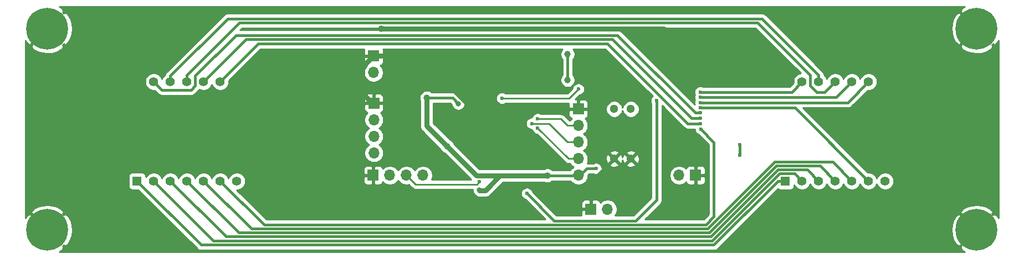
<source format=gbr>
%TF.GenerationSoftware,KiCad,Pcbnew,(5.1.9)-1*%
%TF.CreationDate,2021-04-25T11:32:42+02:00*%
%TF.ProjectId,Hoofdbord,486f6f66-6462-46f7-9264-2e6b69636164,rev?*%
%TF.SameCoordinates,Original*%
%TF.FileFunction,Copper,L2,Bot*%
%TF.FilePolarity,Positive*%
%FSLAX46Y46*%
G04 Gerber Fmt 4.6, Leading zero omitted, Abs format (unit mm)*
G04 Created by KiCad (PCBNEW (5.1.9)-1) date 2021-04-25 11:32:42*
%MOMM*%
%LPD*%
G01*
G04 APERTURE LIST*
%TA.AperFunction,ComponentPad*%
%ADD10R,1.416000X1.416000*%
%TD*%
%TA.AperFunction,ComponentPad*%
%ADD11C,1.416000*%
%TD*%
%TA.AperFunction,ComponentPad*%
%ADD12C,6.400000*%
%TD*%
%TA.AperFunction,ComponentPad*%
%ADD13C,0.800000*%
%TD*%
%TA.AperFunction,ComponentPad*%
%ADD14O,1.700000X1.700000*%
%TD*%
%TA.AperFunction,ComponentPad*%
%ADD15R,1.700000X1.700000*%
%TD*%
%TA.AperFunction,ComponentPad*%
%ADD16C,1.300000*%
%TD*%
%TA.AperFunction,ViaPad*%
%ADD17C,0.600000*%
%TD*%
%TA.AperFunction,ViaPad*%
%ADD18C,0.800000*%
%TD*%
%TA.AperFunction,ViaPad*%
%ADD19C,1.000000*%
%TD*%
%TA.AperFunction,Conductor*%
%ADD20C,0.400000*%
%TD*%
%TA.AperFunction,Conductor*%
%ADD21C,0.250000*%
%TD*%
%TA.AperFunction,Conductor*%
%ADD22C,0.800000*%
%TD*%
%TA.AperFunction,Conductor*%
%ADD23C,0.254000*%
%TD*%
%TA.AperFunction,Conductor*%
%ADD24C,0.100000*%
%TD*%
G04 APERTURE END LIST*
D10*
%TO.P,DS1,1*%
%TO.N,O15*%
X206883000Y-83185000D03*
D11*
%TO.P,DS1,2*%
%TO.N,O14*%
X209423000Y-83185000D03*
%TO.P,DS1,3*%
%TO.N,O18*%
X211963000Y-83185000D03*
%TO.P,DS1,4*%
%TO.N,O13*%
X214503000Y-83185000D03*
%TO.P,DS1,5*%
%TO.N,O17*%
X217043000Y-83185000D03*
%TO.P,DS1,6*%
%TO.N,O3*%
X219583000Y-83185000D03*
%TO.P,DS1,7*%
%TO.N,O12*%
X222123000Y-83185000D03*
%TO.P,DS1,8*%
%TO.N,O2*%
X219583000Y-67945000D03*
%TO.P,DS1,9*%
%TO.N,O1*%
X217043000Y-67945000D03*
%TO.P,DS1,10*%
%TO.N,O16*%
X214503000Y-67945000D03*
%TO.P,DS1,11*%
%TO.N,O11*%
X211963000Y-67945000D03*
%TO.P,DS1,12*%
%TO.N,O0*%
X209423000Y-67945000D03*
%TD*%
D12*
%TO.P,,1*%
%TO.N,GND*%
X94107000Y-59817000D03*
D13*
%TO.N,N/C*%
X96507000Y-59817000D03*
X95804056Y-61514056D03*
X94107000Y-62217000D03*
X92409944Y-61514056D03*
X91707000Y-59817000D03*
X92409944Y-58119944D03*
X94107000Y-57417000D03*
X95804056Y-58119944D03*
%TD*%
D12*
%TO.P,,1*%
%TO.N,GND*%
X236093000Y-90678000D03*
D13*
%TO.N,N/C*%
X238493000Y-90678000D03*
X237790056Y-92375056D03*
X236093000Y-93078000D03*
X234395944Y-92375056D03*
X233693000Y-90678000D03*
X234395944Y-88980944D03*
X236093000Y-88278000D03*
X237790056Y-88980944D03*
%TD*%
D12*
%TO.P,,1*%
%TO.N,GND*%
X94107000Y-90678000D03*
D13*
%TO.N,N/C*%
X96507000Y-90678000D03*
X95804056Y-92375056D03*
X94107000Y-93078000D03*
X92409944Y-92375056D03*
X91707000Y-90678000D03*
X92409944Y-88980944D03*
X94107000Y-88278000D03*
X95804056Y-88980944D03*
%TD*%
D12*
%TO.P,,1*%
%TO.N,GND*%
X236093000Y-59817000D03*
D13*
%TO.N,N/C*%
X238493000Y-59817000D03*
X237790056Y-61514056D03*
X236093000Y-62217000D03*
X234395944Y-61514056D03*
X233693000Y-59817000D03*
X234395944Y-58119944D03*
X236093000Y-57417000D03*
X237790056Y-58119944D03*
%TD*%
D14*
%TO.P,SW2,2*%
%TO.N,Net-(R10-Pad2)*%
X190627000Y-82296000D03*
D15*
%TO.P,SW2,1*%
%TO.N,GND*%
X193167000Y-82296000D03*
%TD*%
D14*
%TO.P,J3,5*%
%TO.N,+3V3*%
X175260000Y-82296000D03*
%TO.P,J3,4*%
%TO.N,PA0*%
X175260000Y-79756000D03*
%TO.P,J3,3*%
%TO.N,PA1*%
X175260000Y-77216000D03*
%TO.P,J3,2*%
%TO.N,PA2*%
X175260000Y-74676000D03*
D15*
%TO.P,J3,1*%
%TO.N,GND*%
X175260000Y-72136000D03*
%TD*%
D14*
%TO.P,J4,4*%
%TO.N,+3V3*%
X151511000Y-82296000D03*
%TO.P,J4,3*%
%TO.N,PA14*%
X148971000Y-82296000D03*
%TO.P,J4,2*%
%TO.N,PA13*%
X146431000Y-82296000D03*
D15*
%TO.P,J4,1*%
%TO.N,GND*%
X143891000Y-82296000D03*
%TD*%
D16*
%TO.P,SW3,4*%
%TO.N,Net-(R13-Pad1)*%
X180721000Y-72136000D03*
%TO.P,SW3,3*%
%TO.N,Net-(R15-Pad2)*%
X183261000Y-72136000D03*
%TO.P,SW3,2*%
%TO.N,GND*%
X183261000Y-79756000D03*
%TO.P,SW3,1*%
X180721000Y-79756000D03*
%TD*%
D14*
%TO.P,SW1,2*%
%TO.N,Net-(R6-Pad1)*%
X179705000Y-87503000D03*
D15*
%TO.P,SW1,1*%
%TO.N,GND*%
X177165000Y-87503000D03*
%TD*%
%TO.P,J1,1*%
%TO.N,GND*%
X144018000Y-71247000D03*
D14*
%TO.P,J1,2*%
%TO.N,Net-(IC1-Pad6)*%
X144018000Y-73787000D03*
%TO.P,J1,3*%
%TO.N,Net-(IC1-Pad7)*%
X144018000Y-76327000D03*
%TO.P,J1,4*%
%TO.N,+5V*%
X144018000Y-78867000D03*
%TD*%
%TO.P,J2,2*%
%TO.N,+5V*%
X143954500Y-66548000D03*
D15*
%TO.P,J2,1*%
%TO.N,GND*%
X143954500Y-64008000D03*
%TD*%
D11*
%TO.P,DS2,12*%
%TO.N,O4*%
X110363000Y-67945000D03*
%TO.P,DS2,11*%
%TO.N,O11*%
X112903000Y-67945000D03*
%TO.P,DS2,10*%
%TO.N,O16*%
X115443000Y-67945000D03*
%TO.P,DS2,9*%
%TO.N,O5*%
X117983000Y-67945000D03*
%TO.P,DS2,8*%
%TO.N,O6*%
X120523000Y-67945000D03*
%TO.P,DS2,7*%
%TO.N,O12*%
X123063000Y-83185000D03*
%TO.P,DS2,6*%
%TO.N,O7*%
X120523000Y-83185000D03*
%TO.P,DS2,5*%
%TO.N,O17*%
X117983000Y-83185000D03*
%TO.P,DS2,4*%
%TO.N,O13*%
X115443000Y-83185000D03*
%TO.P,DS2,3*%
%TO.N,O18*%
X112903000Y-83185000D03*
%TO.P,DS2,2*%
%TO.N,O14*%
X110363000Y-83185000D03*
D10*
%TO.P,DS2,1*%
%TO.N,O15*%
X107823000Y-83185000D03*
%TD*%
D17*
%TO.N,O0*%
X193903600Y-69533401D03*
%TO.N,O1*%
X193903600Y-70333414D03*
%TO.N,O2*%
X193903625Y-71133425D03*
%TO.N,O3*%
X193901922Y-71933435D03*
%TO.N,O4*%
X193928992Y-72732989D03*
%TO.N,O5*%
X193929000Y-73570596D03*
%TO.N,O6*%
X193924064Y-74384649D03*
%TO.N,O7*%
X193956570Y-75221507D03*
%TO.N,BOOT0*%
X187198000Y-70866000D03*
X167386000Y-85090000D03*
%TO.N,BOOT1*%
X163576000Y-70485000D03*
X175260000Y-69088000D03*
D18*
%TO.N,+3V3*%
X160147000Y-84582000D03*
D19*
X170521000Y-82336000D03*
X155194000Y-77850945D03*
X152082500Y-70420510D03*
X173609000Y-63754000D03*
X173609000Y-67691000D03*
D17*
X177946538Y-81280014D03*
D18*
X156908500Y-71310500D03*
D19*
%TO.N,GND*%
X194817972Y-66293972D03*
X155194000Y-68453000D03*
X145161000Y-59817000D03*
D17*
%TO.N,Net-(C7-Pad2)*%
X199898000Y-79248000D03*
X199898000Y-77597000D03*
%TO.N,PA2*%
X169037000Y-73660000D03*
%TO.N,PA1*%
X168148000Y-74345800D03*
%TO.N,PA0*%
X169037000Y-75057000D03*
%TO.N,PA14*%
X160147000Y-83312000D03*
%TD*%
D20*
%TO.N,O0*%
X209423000Y-67945000D02*
X207834599Y-69533401D01*
X207834599Y-69533401D02*
X193903600Y-69533401D01*
%TO.N,O11*%
X112903000Y-67056000D02*
X112903000Y-67945000D01*
X121666000Y-58293000D02*
X112903000Y-67056000D01*
X211963000Y-67945000D02*
X211963000Y-66943738D01*
X211963000Y-66943738D02*
X203312262Y-58293000D01*
X203312262Y-58293000D02*
X121666000Y-58293000D01*
%TO.N,O16*%
X210693000Y-66929000D02*
X202657011Y-58893011D01*
X115443000Y-66943737D02*
X115443000Y-67945000D01*
X212852000Y-69596000D02*
X211709000Y-69596000D01*
X214503000Y-67945000D02*
X212852000Y-69596000D01*
X211709000Y-69596000D02*
X210693000Y-68580000D01*
X210693000Y-68580000D02*
X210693000Y-66929000D01*
X202657011Y-58893011D02*
X123493726Y-58893011D01*
X123493726Y-58893011D02*
X115443000Y-66943737D01*
%TO.N,O1*%
X214654586Y-70333414D02*
X193903600Y-70333414D01*
X217043000Y-67945000D02*
X214654586Y-70333414D01*
%TO.N,O2*%
X216394575Y-71133425D02*
X193903625Y-71133425D01*
X219583000Y-67945000D02*
X216394575Y-71133425D01*
%TO.N,O3*%
X208331435Y-71933435D02*
X193901922Y-71933435D01*
X219583000Y-83185000D02*
X208331435Y-71933435D01*
%TO.N,O17*%
X117983000Y-83185000D02*
X125291978Y-90493978D01*
X214099970Y-80241970D02*
X217043000Y-83185000D01*
X205248405Y-80241969D02*
X214099970Y-80241970D01*
X125291978Y-90493978D02*
X194996395Y-90493978D01*
X194996395Y-90493978D02*
X205248405Y-80241969D01*
%TO.N,O13*%
X195244927Y-91093989D02*
X205496936Y-80841979D01*
X212159980Y-80841980D02*
X214503000Y-83185000D01*
X205496936Y-80841979D02*
X212159980Y-80841980D01*
X115443000Y-83185000D02*
X123351989Y-91093989D01*
X123351989Y-91093989D02*
X195244927Y-91093989D01*
%TO.N,O18*%
X205745468Y-81441990D02*
X210219990Y-81441990D01*
X195493458Y-91694000D02*
X205745468Y-81441990D01*
X121412000Y-91694000D02*
X195493458Y-91694000D01*
X112903000Y-83185000D02*
X121412000Y-91694000D01*
X210219990Y-81441990D02*
X211963000Y-83185000D01*
%TO.N,O14*%
X119507000Y-92329000D02*
X110363000Y-83185000D01*
X195707000Y-92329000D02*
X119507000Y-92329000D01*
X205994000Y-82042000D02*
X195707000Y-92329000D01*
X208280000Y-82042000D02*
X205994000Y-82042000D01*
X209423000Y-83185000D02*
X208280000Y-82042000D01*
%TO.N,O15*%
X117602000Y-92964000D02*
X107823000Y-83185000D01*
X195961000Y-92964000D02*
X117602000Y-92964000D01*
X205740000Y-83185000D02*
X195961000Y-92964000D01*
X206883000Y-83185000D02*
X205740000Y-83185000D01*
%TO.N,O4*%
X193128989Y-72732989D02*
X193928992Y-72732989D01*
X181229000Y-60833000D02*
X193128989Y-72732989D01*
X122936000Y-60833000D02*
X181229000Y-60833000D01*
X116713000Y-67056000D02*
X122936000Y-60833000D01*
X116713000Y-68580000D02*
X116713000Y-67056000D01*
X116078000Y-69215000D02*
X116713000Y-68580000D01*
X111633000Y-69215000D02*
X116078000Y-69215000D01*
X110363000Y-67945000D02*
X111633000Y-69215000D01*
%TO.N,O5*%
X192569596Y-73570596D02*
X193929000Y-73570596D01*
X180467000Y-61468000D02*
X192569596Y-73570596D01*
X124460000Y-61468000D02*
X180467000Y-61468000D01*
X117983000Y-67945000D02*
X124460000Y-61468000D01*
%TO.N,O6*%
X191986649Y-74384649D02*
X193924064Y-74384649D01*
X179705000Y-62103000D02*
X191986649Y-74384649D01*
X178054000Y-62103000D02*
X179705000Y-62103000D01*
X178034001Y-62122999D02*
X178054000Y-62103000D01*
X126345001Y-62122999D02*
X178034001Y-62122999D01*
X120523000Y-67945000D02*
X126345001Y-62122999D01*
%TO.N,O7*%
X120523000Y-83185000D02*
X127231967Y-89893967D01*
X195961000Y-77225937D02*
X193956570Y-75221507D01*
X195961000Y-88646000D02*
X195961000Y-77225937D01*
X194713033Y-89893967D02*
X195961000Y-88646000D01*
X127231967Y-89893967D02*
X194713033Y-89893967D01*
D21*
%TO.N,BOOT0*%
X187198000Y-70866000D02*
X187198000Y-70866000D01*
D20*
X171577000Y-89281000D02*
X167386000Y-85090000D01*
X184023000Y-89281000D02*
X171577000Y-89281000D01*
X187198000Y-86106000D02*
X184023000Y-89281000D01*
X187198000Y-70866000D02*
X187198000Y-86106000D01*
D21*
%TO.N,BOOT1*%
X163576000Y-70485000D02*
X173863000Y-70485000D01*
X173863000Y-70485000D02*
X175260000Y-69088000D01*
%TO.N,+3V3*%
X175641000Y-82677000D02*
X175387000Y-82677000D01*
D22*
X152082500Y-74739445D02*
X152082500Y-70420510D01*
X155194000Y-77850945D02*
X152082500Y-74739445D01*
D20*
X170521000Y-82336000D02*
X174985524Y-82336000D01*
D22*
X155194000Y-77851000D02*
X155194000Y-77850945D01*
X159639000Y-82296000D02*
X155194000Y-77851000D01*
X159679000Y-82336000D02*
X159004000Y-81661000D01*
D20*
X173609000Y-63754000D02*
X173609000Y-67691000D01*
X175387000Y-82423000D02*
X176529986Y-81280014D01*
X176529986Y-81280014D02*
X177946538Y-81280014D01*
X156908500Y-71310500D02*
X156018510Y-70420510D01*
X156018510Y-70420510D02*
X152082500Y-70420510D01*
D22*
X170521000Y-82336000D02*
X163536000Y-82336000D01*
X163536000Y-82336000D02*
X162266000Y-82336000D01*
X162266000Y-82336000D02*
X159679000Y-82336000D01*
X161024999Y-84593001D02*
X160147000Y-84593001D01*
X163282000Y-82336000D02*
X161024999Y-84593001D01*
X162266000Y-82336000D02*
X163282000Y-82336000D01*
%TO.N,GND*%
X142113000Y-65849500D02*
X143954500Y-64008000D01*
X142113000Y-69596000D02*
X142113000Y-65849500D01*
X144018000Y-71501000D02*
X142113000Y-69596000D01*
D20*
X175641000Y-72517000D02*
X175260000Y-72136000D01*
X177165000Y-87122000D02*
X177038000Y-87249000D01*
X177165000Y-83312000D02*
X177165000Y-87122000D01*
X180721000Y-79756000D02*
X177165000Y-83312000D01*
X175260000Y-72136000D02*
X158877000Y-72136000D01*
D22*
X143954500Y-64008000D02*
X150749000Y-64008000D01*
X150749000Y-64008000D02*
X155194000Y-68453000D01*
D20*
X158877000Y-72136000D02*
X155194000Y-68453000D01*
D22*
X188341000Y-59817000D02*
X194817972Y-66293972D01*
X145161000Y-59817000D02*
X188341000Y-59817000D01*
D20*
%TO.N,Net-(C7-Pad2)*%
X199898000Y-77597000D02*
X199898000Y-79248000D01*
D21*
%TO.N,PA2*%
X175260000Y-74676000D02*
X175641000Y-75057000D01*
X173609000Y-74676000D02*
X175260000Y-74676000D01*
X172593000Y-73660000D02*
X173609000Y-74676000D01*
X169037000Y-73660000D02*
X172593000Y-73660000D01*
%TO.N,PA1*%
X175260000Y-77216000D02*
X175641000Y-77597000D01*
X173609000Y-77216000D02*
X175260000Y-77216000D01*
X170738800Y-74345800D02*
X173609000Y-77216000D01*
X168148000Y-74345800D02*
X170738800Y-74345800D01*
%TO.N,PA0*%
X175387000Y-80137000D02*
X175641000Y-80137000D01*
X175006000Y-79756000D02*
X175387000Y-80137000D01*
X173736000Y-79756000D02*
X175006000Y-79756000D01*
X169037000Y-75057000D02*
X173736000Y-79756000D01*
%TO.N,PA14*%
X150368000Y-83693000D02*
X148971000Y-82296000D01*
X159766000Y-83693000D02*
X150368000Y-83693000D01*
X160147000Y-83312000D02*
X159766000Y-83693000D01*
%TD*%
D23*
%TO.N,GND*%
X233972330Y-56599445D02*
X233931912Y-56626452D01*
X233571724Y-57116119D01*
X233757416Y-57301811D01*
X233736170Y-57316007D01*
X233592007Y-57460170D01*
X233577811Y-57481416D01*
X233392119Y-57295724D01*
X232902452Y-57655912D01*
X232542151Y-58319882D01*
X232318306Y-59041385D01*
X232239520Y-59792695D01*
X232308822Y-60544938D01*
X232523548Y-61269208D01*
X232875445Y-61937670D01*
X232902452Y-61978088D01*
X233392119Y-62338276D01*
X233577811Y-62152584D01*
X233592007Y-62173830D01*
X233736170Y-62317993D01*
X233757416Y-62332189D01*
X233571724Y-62517881D01*
X233931912Y-63007548D01*
X234595882Y-63367849D01*
X235317385Y-63591694D01*
X236068695Y-63670480D01*
X236820938Y-63601178D01*
X237545208Y-63386452D01*
X238213670Y-63034555D01*
X238254088Y-63007548D01*
X238614276Y-62517881D01*
X238428584Y-62332189D01*
X238449830Y-62317993D01*
X238593993Y-62173830D01*
X238608189Y-62152584D01*
X238793881Y-62338276D01*
X239283548Y-61978088D01*
X239472000Y-61630805D01*
X239472001Y-88864012D01*
X239310555Y-88557330D01*
X239283548Y-88516912D01*
X238793881Y-88156724D01*
X238608189Y-88342416D01*
X238593993Y-88321170D01*
X238449830Y-88177007D01*
X238428584Y-88162811D01*
X238614276Y-87977119D01*
X238254088Y-87487452D01*
X237590118Y-87127151D01*
X236868615Y-86903306D01*
X236117305Y-86824520D01*
X235365062Y-86893822D01*
X234640792Y-87108548D01*
X233972330Y-87460445D01*
X233931912Y-87487452D01*
X233571724Y-87977119D01*
X233757416Y-88162811D01*
X233736170Y-88177007D01*
X233592007Y-88321170D01*
X233577811Y-88342416D01*
X233392119Y-88156724D01*
X232902452Y-88516912D01*
X232542151Y-89180882D01*
X232318306Y-89902385D01*
X232239520Y-90653695D01*
X232308822Y-91405938D01*
X232523548Y-92130208D01*
X232875445Y-92798670D01*
X232902452Y-92839088D01*
X233392119Y-93199276D01*
X233577811Y-93013584D01*
X233592007Y-93034830D01*
X233736170Y-93178993D01*
X233757416Y-93193189D01*
X233571724Y-93378881D01*
X233931912Y-93868548D01*
X234279195Y-94057000D01*
X95920990Y-94057000D01*
X96227670Y-93895555D01*
X96268088Y-93868548D01*
X96628276Y-93378881D01*
X96442584Y-93193189D01*
X96463830Y-93178993D01*
X96607993Y-93034830D01*
X96622189Y-93013584D01*
X96807881Y-93199276D01*
X97297548Y-92839088D01*
X97657849Y-92175118D01*
X97881694Y-91453615D01*
X97960480Y-90702305D01*
X97891178Y-89950062D01*
X97676452Y-89225792D01*
X97324555Y-88557330D01*
X97297548Y-88516912D01*
X96807881Y-88156724D01*
X96622189Y-88342416D01*
X96607993Y-88321170D01*
X96463830Y-88177007D01*
X96442584Y-88162811D01*
X96628276Y-87977119D01*
X96268088Y-87487452D01*
X95604118Y-87127151D01*
X94882615Y-86903306D01*
X94131305Y-86824520D01*
X93379062Y-86893822D01*
X92654792Y-87108548D01*
X91986330Y-87460445D01*
X91945912Y-87487452D01*
X91585724Y-87977119D01*
X91771416Y-88162811D01*
X91750170Y-88177007D01*
X91606007Y-88321170D01*
X91591811Y-88342416D01*
X91406119Y-88156724D01*
X90916452Y-88516912D01*
X90728000Y-88864195D01*
X90728000Y-82477000D01*
X106476928Y-82477000D01*
X106476928Y-83893000D01*
X106489188Y-84017482D01*
X106525498Y-84137180D01*
X106584463Y-84247494D01*
X106663815Y-84344185D01*
X106760506Y-84423537D01*
X106870820Y-84482502D01*
X106990518Y-84518812D01*
X107115000Y-84531072D01*
X107988205Y-84531072D01*
X116982559Y-93525427D01*
X117008709Y-93557291D01*
X117135854Y-93661636D01*
X117280913Y-93739172D01*
X117438311Y-93786918D01*
X117560981Y-93799000D01*
X117560991Y-93799000D01*
X117601999Y-93803039D01*
X117643007Y-93799000D01*
X195919982Y-93799000D01*
X195961000Y-93803040D01*
X196002018Y-93799000D01*
X196002019Y-93799000D01*
X196124689Y-93786918D01*
X196282087Y-93739172D01*
X196427146Y-93661636D01*
X196554291Y-93557291D01*
X196580446Y-93525421D01*
X205744614Y-84361254D01*
X205820506Y-84423537D01*
X205930820Y-84482502D01*
X206050518Y-84518812D01*
X206175000Y-84531072D01*
X207591000Y-84531072D01*
X207715482Y-84518812D01*
X207835180Y-84482502D01*
X207945494Y-84423537D01*
X208042185Y-84344185D01*
X208121537Y-84247494D01*
X208180502Y-84137180D01*
X208216812Y-84017482D01*
X208229072Y-83893000D01*
X208229072Y-83812031D01*
X208232849Y-83821149D01*
X208379824Y-84041112D01*
X208566888Y-84228176D01*
X208786851Y-84375151D01*
X209031261Y-84476389D01*
X209290726Y-84528000D01*
X209555274Y-84528000D01*
X209814739Y-84476389D01*
X210059149Y-84375151D01*
X210279112Y-84228176D01*
X210466176Y-84041112D01*
X210613151Y-83821149D01*
X210693000Y-83628377D01*
X210772849Y-83821149D01*
X210919824Y-84041112D01*
X211106888Y-84228176D01*
X211326851Y-84375151D01*
X211571261Y-84476389D01*
X211830726Y-84528000D01*
X212095274Y-84528000D01*
X212354739Y-84476389D01*
X212599149Y-84375151D01*
X212819112Y-84228176D01*
X213006176Y-84041112D01*
X213153151Y-83821149D01*
X213233000Y-83628377D01*
X213312849Y-83821149D01*
X213459824Y-84041112D01*
X213646888Y-84228176D01*
X213866851Y-84375151D01*
X214111261Y-84476389D01*
X214370726Y-84528000D01*
X214635274Y-84528000D01*
X214894739Y-84476389D01*
X215139149Y-84375151D01*
X215359112Y-84228176D01*
X215546176Y-84041112D01*
X215693151Y-83821149D01*
X215773000Y-83628377D01*
X215852849Y-83821149D01*
X215999824Y-84041112D01*
X216186888Y-84228176D01*
X216406851Y-84375151D01*
X216651261Y-84476389D01*
X216910726Y-84528000D01*
X217175274Y-84528000D01*
X217434739Y-84476389D01*
X217679149Y-84375151D01*
X217899112Y-84228176D01*
X218086176Y-84041112D01*
X218233151Y-83821149D01*
X218313000Y-83628377D01*
X218392849Y-83821149D01*
X218539824Y-84041112D01*
X218726888Y-84228176D01*
X218946851Y-84375151D01*
X219191261Y-84476389D01*
X219450726Y-84528000D01*
X219715274Y-84528000D01*
X219974739Y-84476389D01*
X220219149Y-84375151D01*
X220439112Y-84228176D01*
X220626176Y-84041112D01*
X220773151Y-83821149D01*
X220853000Y-83628377D01*
X220932849Y-83821149D01*
X221079824Y-84041112D01*
X221266888Y-84228176D01*
X221486851Y-84375151D01*
X221731261Y-84476389D01*
X221990726Y-84528000D01*
X222255274Y-84528000D01*
X222514739Y-84476389D01*
X222759149Y-84375151D01*
X222979112Y-84228176D01*
X223166176Y-84041112D01*
X223313151Y-83821149D01*
X223414389Y-83576739D01*
X223466000Y-83317274D01*
X223466000Y-83052726D01*
X223414389Y-82793261D01*
X223313151Y-82548851D01*
X223166176Y-82328888D01*
X222979112Y-82141824D01*
X222759149Y-81994849D01*
X222514739Y-81893611D01*
X222255274Y-81842000D01*
X221990726Y-81842000D01*
X221731261Y-81893611D01*
X221486851Y-81994849D01*
X221266888Y-82141824D01*
X221079824Y-82328888D01*
X220932849Y-82548851D01*
X220853000Y-82741623D01*
X220773151Y-82548851D01*
X220626176Y-82328888D01*
X220439112Y-82141824D01*
X220219149Y-81994849D01*
X219974739Y-81893611D01*
X219715274Y-81842000D01*
X219450726Y-81842000D01*
X219425822Y-81846954D01*
X209547292Y-71968425D01*
X216353557Y-71968425D01*
X216394575Y-71972465D01*
X216435593Y-71968425D01*
X216435594Y-71968425D01*
X216558264Y-71956343D01*
X216715662Y-71908597D01*
X216860721Y-71831061D01*
X216987866Y-71726716D01*
X217014021Y-71694846D01*
X219425822Y-69283046D01*
X219450726Y-69288000D01*
X219715274Y-69288000D01*
X219974739Y-69236389D01*
X220219149Y-69135151D01*
X220439112Y-68988176D01*
X220626176Y-68801112D01*
X220773151Y-68581149D01*
X220874389Y-68336739D01*
X220926000Y-68077274D01*
X220926000Y-67812726D01*
X220874389Y-67553261D01*
X220773151Y-67308851D01*
X220626176Y-67088888D01*
X220439112Y-66901824D01*
X220219149Y-66754849D01*
X219974739Y-66653611D01*
X219715274Y-66602000D01*
X219450726Y-66602000D01*
X219191261Y-66653611D01*
X218946851Y-66754849D01*
X218726888Y-66901824D01*
X218539824Y-67088888D01*
X218392849Y-67308851D01*
X218313000Y-67501623D01*
X218233151Y-67308851D01*
X218086176Y-67088888D01*
X217899112Y-66901824D01*
X217679149Y-66754849D01*
X217434739Y-66653611D01*
X217175274Y-66602000D01*
X216910726Y-66602000D01*
X216651261Y-66653611D01*
X216406851Y-66754849D01*
X216186888Y-66901824D01*
X215999824Y-67088888D01*
X215852849Y-67308851D01*
X215773000Y-67501623D01*
X215693151Y-67308851D01*
X215546176Y-67088888D01*
X215359112Y-66901824D01*
X215139149Y-66754849D01*
X214894739Y-66653611D01*
X214635274Y-66602000D01*
X214370726Y-66602000D01*
X214111261Y-66653611D01*
X213866851Y-66754849D01*
X213646888Y-66901824D01*
X213459824Y-67088888D01*
X213312849Y-67308851D01*
X213233000Y-67501623D01*
X213153151Y-67308851D01*
X213006176Y-67088888D01*
X212819112Y-66901824D01*
X212796418Y-66886661D01*
X212785918Y-66780049D01*
X212738172Y-66622651D01*
X212660636Y-66477592D01*
X212598386Y-66401740D01*
X212556291Y-66350447D01*
X212524427Y-66324297D01*
X203931708Y-57731579D01*
X203905553Y-57699709D01*
X203778408Y-57595364D01*
X203633349Y-57517828D01*
X203475951Y-57470082D01*
X203353281Y-57458000D01*
X203353280Y-57458000D01*
X203312262Y-57453960D01*
X203271244Y-57458000D01*
X121707007Y-57458000D01*
X121665999Y-57453961D01*
X121624991Y-57458000D01*
X121624981Y-57458000D01*
X121502311Y-57470082D01*
X121344913Y-57517828D01*
X121199854Y-57595364D01*
X121072709Y-57699709D01*
X121046559Y-57731573D01*
X112341579Y-66436554D01*
X112309709Y-66462709D01*
X112233148Y-66556000D01*
X112205364Y-66589855D01*
X112127828Y-66734914D01*
X112084902Y-66876424D01*
X112046888Y-66901824D01*
X111859824Y-67088888D01*
X111712849Y-67308851D01*
X111633000Y-67501623D01*
X111553151Y-67308851D01*
X111406176Y-67088888D01*
X111219112Y-66901824D01*
X110999149Y-66754849D01*
X110754739Y-66653611D01*
X110495274Y-66602000D01*
X110230726Y-66602000D01*
X109971261Y-66653611D01*
X109726851Y-66754849D01*
X109506888Y-66901824D01*
X109319824Y-67088888D01*
X109172849Y-67308851D01*
X109071611Y-67553261D01*
X109020000Y-67812726D01*
X109020000Y-68077274D01*
X109071611Y-68336739D01*
X109172849Y-68581149D01*
X109319824Y-68801112D01*
X109506888Y-68988176D01*
X109726851Y-69135151D01*
X109971261Y-69236389D01*
X110230726Y-69288000D01*
X110495274Y-69288000D01*
X110520179Y-69283046D01*
X111013558Y-69776426D01*
X111039709Y-69808291D01*
X111166854Y-69912636D01*
X111311913Y-69990172D01*
X111469311Y-70037918D01*
X111591981Y-70050000D01*
X111591983Y-70050000D01*
X111632999Y-70054040D01*
X111674015Y-70050000D01*
X116036982Y-70050000D01*
X116078000Y-70054040D01*
X116119018Y-70050000D01*
X116119019Y-70050000D01*
X116241689Y-70037918D01*
X116399087Y-69990172D01*
X116544146Y-69912636D01*
X116671291Y-69808291D01*
X116697445Y-69776422D01*
X117274432Y-69199436D01*
X117306291Y-69173291D01*
X117332440Y-69141429D01*
X117340871Y-69131155D01*
X117346851Y-69135151D01*
X117591261Y-69236389D01*
X117850726Y-69288000D01*
X118115274Y-69288000D01*
X118374739Y-69236389D01*
X118619149Y-69135151D01*
X118839112Y-68988176D01*
X119026176Y-68801112D01*
X119173151Y-68581149D01*
X119253000Y-68388377D01*
X119332849Y-68581149D01*
X119479824Y-68801112D01*
X119666888Y-68988176D01*
X119886851Y-69135151D01*
X120131261Y-69236389D01*
X120390726Y-69288000D01*
X120655274Y-69288000D01*
X120914739Y-69236389D01*
X121159149Y-69135151D01*
X121379112Y-68988176D01*
X121566176Y-68801112D01*
X121713151Y-68581149D01*
X121814389Y-68336739D01*
X121866000Y-68077274D01*
X121866000Y-67812726D01*
X121861046Y-67787821D01*
X124790868Y-64858000D01*
X142466428Y-64858000D01*
X142478688Y-64982482D01*
X142514998Y-65102180D01*
X142573963Y-65212494D01*
X142653315Y-65309185D01*
X142750006Y-65388537D01*
X142860320Y-65447502D01*
X142932880Y-65469513D01*
X142801025Y-65601368D01*
X142638510Y-65844589D01*
X142526568Y-66114842D01*
X142469500Y-66401740D01*
X142469500Y-66694260D01*
X142526568Y-66981158D01*
X142638510Y-67251411D01*
X142801025Y-67494632D01*
X143007868Y-67701475D01*
X143251089Y-67863990D01*
X143521342Y-67975932D01*
X143808240Y-68033000D01*
X144100760Y-68033000D01*
X144387658Y-67975932D01*
X144657911Y-67863990D01*
X144901132Y-67701475D01*
X145107975Y-67494632D01*
X145270490Y-67251411D01*
X145382432Y-66981158D01*
X145439500Y-66694260D01*
X145439500Y-66401740D01*
X145382432Y-66114842D01*
X145270490Y-65844589D01*
X145107975Y-65601368D01*
X144976120Y-65469513D01*
X145048680Y-65447502D01*
X145158994Y-65388537D01*
X145255685Y-65309185D01*
X145335037Y-65212494D01*
X145394002Y-65102180D01*
X145430312Y-64982482D01*
X145442572Y-64858000D01*
X145439500Y-64293750D01*
X145280750Y-64135000D01*
X144081500Y-64135000D01*
X144081500Y-64155000D01*
X143827500Y-64155000D01*
X143827500Y-64135000D01*
X142628250Y-64135000D01*
X142469500Y-64293750D01*
X142466428Y-64858000D01*
X124790868Y-64858000D01*
X126690870Y-62957999D01*
X142501596Y-62957999D01*
X142478688Y-63033518D01*
X142466428Y-63158000D01*
X142469500Y-63722250D01*
X142628250Y-63881000D01*
X143827500Y-63881000D01*
X143827500Y-63861000D01*
X144081500Y-63861000D01*
X144081500Y-63881000D01*
X145280750Y-63881000D01*
X145439500Y-63722250D01*
X145442572Y-63158000D01*
X145430312Y-63033518D01*
X145407404Y-62957999D01*
X172799869Y-62957999D01*
X172727388Y-63030480D01*
X172603176Y-63216376D01*
X172517617Y-63422933D01*
X172474000Y-63642212D01*
X172474000Y-63865788D01*
X172517617Y-64085067D01*
X172603176Y-64291624D01*
X172727388Y-64477520D01*
X172774000Y-64524132D01*
X172774001Y-66920867D01*
X172727388Y-66967480D01*
X172603176Y-67153376D01*
X172517617Y-67359933D01*
X172474000Y-67579212D01*
X172474000Y-67802788D01*
X172517617Y-68022067D01*
X172603176Y-68228624D01*
X172727388Y-68414520D01*
X172885480Y-68572612D01*
X173071376Y-68696824D01*
X173277933Y-68782383D01*
X173497212Y-68826000D01*
X173720788Y-68826000D01*
X173940067Y-68782383D01*
X174146624Y-68696824D01*
X174332520Y-68572612D01*
X174490612Y-68414520D01*
X174614824Y-68228624D01*
X174700383Y-68022067D01*
X174744000Y-67802788D01*
X174744000Y-67579212D01*
X174700383Y-67359933D01*
X174614824Y-67153376D01*
X174490612Y-66967480D01*
X174444000Y-66920868D01*
X174444000Y-64524132D01*
X174490612Y-64477520D01*
X174614824Y-64291624D01*
X174700383Y-64085067D01*
X174744000Y-63865788D01*
X174744000Y-63642212D01*
X174700383Y-63422933D01*
X174614824Y-63216376D01*
X174490612Y-63030480D01*
X174418131Y-62957999D01*
X177992983Y-62957999D01*
X178034001Y-62962039D01*
X178075019Y-62957999D01*
X178075020Y-62957999D01*
X178197690Y-62945917D01*
X178223789Y-62938000D01*
X179359133Y-62938000D01*
X186581421Y-70160289D01*
X186471738Y-70269972D01*
X186369414Y-70423111D01*
X186298932Y-70593271D01*
X186263000Y-70773911D01*
X186263000Y-70958089D01*
X186298932Y-71138729D01*
X186363000Y-71293404D01*
X186363001Y-85760131D01*
X183677133Y-88446000D01*
X180860902Y-88446000D01*
X181020990Y-88206411D01*
X181132932Y-87936158D01*
X181190000Y-87649260D01*
X181190000Y-87356740D01*
X181132932Y-87069842D01*
X181020990Y-86799589D01*
X180858475Y-86556368D01*
X180651632Y-86349525D01*
X180408411Y-86187010D01*
X180138158Y-86075068D01*
X179851260Y-86018000D01*
X179558740Y-86018000D01*
X179271842Y-86075068D01*
X179001589Y-86187010D01*
X178758368Y-86349525D01*
X178626513Y-86481380D01*
X178604502Y-86408820D01*
X178545537Y-86298506D01*
X178466185Y-86201815D01*
X178369494Y-86122463D01*
X178259180Y-86063498D01*
X178139482Y-86027188D01*
X178015000Y-86014928D01*
X177450750Y-86018000D01*
X177292000Y-86176750D01*
X177292000Y-87376000D01*
X177312000Y-87376000D01*
X177312000Y-87630000D01*
X177292000Y-87630000D01*
X177292000Y-87650000D01*
X177038000Y-87650000D01*
X177038000Y-87630000D01*
X175838750Y-87630000D01*
X175680000Y-87788750D01*
X175676928Y-88353000D01*
X175686087Y-88446000D01*
X171922868Y-88446000D01*
X170129868Y-86653000D01*
X175676928Y-86653000D01*
X175680000Y-87217250D01*
X175838750Y-87376000D01*
X177038000Y-87376000D01*
X177038000Y-86176750D01*
X176879250Y-86018000D01*
X176315000Y-86014928D01*
X176190518Y-86027188D01*
X176070820Y-86063498D01*
X175960506Y-86122463D01*
X175863815Y-86201815D01*
X175784463Y-86298506D01*
X175725498Y-86408820D01*
X175689188Y-86528518D01*
X175676928Y-86653000D01*
X170129868Y-86653000D01*
X168278655Y-84801787D01*
X168214586Y-84647111D01*
X168112262Y-84493972D01*
X167982028Y-84363738D01*
X167828889Y-84261414D01*
X167658729Y-84190932D01*
X167478089Y-84155000D01*
X167293911Y-84155000D01*
X167113271Y-84190932D01*
X166943111Y-84261414D01*
X166789972Y-84363738D01*
X166659738Y-84493972D01*
X166557414Y-84647111D01*
X166486932Y-84817271D01*
X166451000Y-84997911D01*
X166451000Y-85182089D01*
X166486932Y-85362729D01*
X166557414Y-85532889D01*
X166659738Y-85686028D01*
X166789972Y-85816262D01*
X166943111Y-85918586D01*
X167097787Y-85982655D01*
X170174099Y-89058967D01*
X127577835Y-89058967D01*
X123046867Y-84528000D01*
X123195274Y-84528000D01*
X123454739Y-84476389D01*
X123699149Y-84375151D01*
X123919112Y-84228176D01*
X124106176Y-84041112D01*
X124253151Y-83821149D01*
X124354389Y-83576739D01*
X124406000Y-83317274D01*
X124406000Y-83146000D01*
X142402928Y-83146000D01*
X142415188Y-83270482D01*
X142451498Y-83390180D01*
X142510463Y-83500494D01*
X142589815Y-83597185D01*
X142686506Y-83676537D01*
X142796820Y-83735502D01*
X142916518Y-83771812D01*
X143041000Y-83784072D01*
X143605250Y-83781000D01*
X143764000Y-83622250D01*
X143764000Y-82423000D01*
X142564750Y-82423000D01*
X142406000Y-82581750D01*
X142402928Y-83146000D01*
X124406000Y-83146000D01*
X124406000Y-83052726D01*
X124354389Y-82793261D01*
X124253151Y-82548851D01*
X124106176Y-82328888D01*
X123919112Y-82141824D01*
X123699149Y-81994849D01*
X123454739Y-81893611D01*
X123195274Y-81842000D01*
X122930726Y-81842000D01*
X122671261Y-81893611D01*
X122426851Y-81994849D01*
X122206888Y-82141824D01*
X122019824Y-82328888D01*
X121872849Y-82548851D01*
X121793000Y-82741623D01*
X121713151Y-82548851D01*
X121566176Y-82328888D01*
X121379112Y-82141824D01*
X121159149Y-81994849D01*
X120914739Y-81893611D01*
X120655274Y-81842000D01*
X120390726Y-81842000D01*
X120131261Y-81893611D01*
X119886851Y-81994849D01*
X119666888Y-82141824D01*
X119479824Y-82328888D01*
X119332849Y-82548851D01*
X119253000Y-82741623D01*
X119173151Y-82548851D01*
X119026176Y-82328888D01*
X118839112Y-82141824D01*
X118619149Y-81994849D01*
X118374739Y-81893611D01*
X118115274Y-81842000D01*
X117850726Y-81842000D01*
X117591261Y-81893611D01*
X117346851Y-81994849D01*
X117126888Y-82141824D01*
X116939824Y-82328888D01*
X116792849Y-82548851D01*
X116713000Y-82741623D01*
X116633151Y-82548851D01*
X116486176Y-82328888D01*
X116299112Y-82141824D01*
X116079149Y-81994849D01*
X115834739Y-81893611D01*
X115575274Y-81842000D01*
X115310726Y-81842000D01*
X115051261Y-81893611D01*
X114806851Y-81994849D01*
X114586888Y-82141824D01*
X114399824Y-82328888D01*
X114252849Y-82548851D01*
X114173000Y-82741623D01*
X114093151Y-82548851D01*
X113946176Y-82328888D01*
X113759112Y-82141824D01*
X113539149Y-81994849D01*
X113294739Y-81893611D01*
X113035274Y-81842000D01*
X112770726Y-81842000D01*
X112511261Y-81893611D01*
X112266851Y-81994849D01*
X112046888Y-82141824D01*
X111859824Y-82328888D01*
X111712849Y-82548851D01*
X111633000Y-82741623D01*
X111553151Y-82548851D01*
X111406176Y-82328888D01*
X111219112Y-82141824D01*
X110999149Y-81994849D01*
X110754739Y-81893611D01*
X110495274Y-81842000D01*
X110230726Y-81842000D01*
X109971261Y-81893611D01*
X109726851Y-81994849D01*
X109506888Y-82141824D01*
X109319824Y-82328888D01*
X109172849Y-82548851D01*
X109169072Y-82557969D01*
X109169072Y-82477000D01*
X109156812Y-82352518D01*
X109120502Y-82232820D01*
X109061537Y-82122506D01*
X108982185Y-82025815D01*
X108885494Y-81946463D01*
X108775180Y-81887498D01*
X108655482Y-81851188D01*
X108531000Y-81838928D01*
X107115000Y-81838928D01*
X106990518Y-81851188D01*
X106870820Y-81887498D01*
X106760506Y-81946463D01*
X106663815Y-82025815D01*
X106584463Y-82122506D01*
X106525498Y-82232820D01*
X106489188Y-82352518D01*
X106476928Y-82477000D01*
X90728000Y-82477000D01*
X90728000Y-81446000D01*
X142402928Y-81446000D01*
X142406000Y-82010250D01*
X142564750Y-82169000D01*
X143764000Y-82169000D01*
X143764000Y-80969750D01*
X144018000Y-80969750D01*
X144018000Y-82169000D01*
X144038000Y-82169000D01*
X144038000Y-82423000D01*
X144018000Y-82423000D01*
X144018000Y-83622250D01*
X144176750Y-83781000D01*
X144741000Y-83784072D01*
X144865482Y-83771812D01*
X144985180Y-83735502D01*
X145095494Y-83676537D01*
X145192185Y-83597185D01*
X145271537Y-83500494D01*
X145330502Y-83390180D01*
X145352513Y-83317620D01*
X145484368Y-83449475D01*
X145727589Y-83611990D01*
X145997842Y-83723932D01*
X146284740Y-83781000D01*
X146577260Y-83781000D01*
X146864158Y-83723932D01*
X147134411Y-83611990D01*
X147377632Y-83449475D01*
X147584475Y-83242632D01*
X147701000Y-83068240D01*
X147817525Y-83242632D01*
X148024368Y-83449475D01*
X148267589Y-83611990D01*
X148537842Y-83723932D01*
X148824740Y-83781000D01*
X149117260Y-83781000D01*
X149337408Y-83737210D01*
X149804201Y-84204003D01*
X149827999Y-84233001D01*
X149943724Y-84327974D01*
X150075753Y-84398546D01*
X150219014Y-84442003D01*
X150330667Y-84453000D01*
X150330676Y-84453000D01*
X150367999Y-84456676D01*
X150405322Y-84453000D01*
X159117383Y-84453000D01*
X159112000Y-84480061D01*
X159112000Y-84542163D01*
X159106993Y-84593001D01*
X159112000Y-84643839D01*
X159112000Y-84683939D01*
X159119823Y-84723268D01*
X159126976Y-84795896D01*
X159148160Y-84865730D01*
X159151774Y-84883898D01*
X159158863Y-84901012D01*
X159186159Y-84990994D01*
X159282266Y-85170798D01*
X159411604Y-85328397D01*
X159569203Y-85457735D01*
X159749007Y-85553842D01*
X159944105Y-85613025D01*
X160096162Y-85628001D01*
X160974171Y-85628001D01*
X161024999Y-85633007D01*
X161075827Y-85628001D01*
X161075837Y-85628001D01*
X161227894Y-85613025D01*
X161422992Y-85553842D01*
X161602796Y-85457735D01*
X161760395Y-85328397D01*
X161792806Y-85288904D01*
X163710711Y-83371000D01*
X170053813Y-83371000D01*
X170189933Y-83427383D01*
X170409212Y-83471000D01*
X170632788Y-83471000D01*
X170852067Y-83427383D01*
X171058624Y-83341824D01*
X171244520Y-83217612D01*
X171291132Y-83171000D01*
X174058662Y-83171000D01*
X174106525Y-83242632D01*
X174313368Y-83449475D01*
X174556589Y-83611990D01*
X174826842Y-83723932D01*
X175113740Y-83781000D01*
X175406260Y-83781000D01*
X175693158Y-83723932D01*
X175963411Y-83611990D01*
X176206632Y-83449475D01*
X176413475Y-83242632D01*
X176575990Y-82999411D01*
X176687932Y-82729158D01*
X176745000Y-82442260D01*
X176745000Y-82245868D01*
X176875854Y-82115014D01*
X177519134Y-82115014D01*
X177673809Y-82179082D01*
X177854449Y-82215014D01*
X178038627Y-82215014D01*
X178219267Y-82179082D01*
X178389427Y-82108600D01*
X178542566Y-82006276D01*
X178672800Y-81876042D01*
X178775124Y-81722903D01*
X178845606Y-81552743D01*
X178881538Y-81372103D01*
X178881538Y-81187925D01*
X178845606Y-81007285D01*
X178775124Y-80837125D01*
X178672800Y-80683986D01*
X178630341Y-80641527D01*
X180015078Y-80641527D01*
X180068466Y-80870201D01*
X180298374Y-80976095D01*
X180544524Y-81035102D01*
X180797455Y-81044952D01*
X181047449Y-81005270D01*
X181284896Y-80917578D01*
X181373534Y-80870201D01*
X181426922Y-80641527D01*
X182555078Y-80641527D01*
X182608466Y-80870201D01*
X182838374Y-80976095D01*
X183084524Y-81035102D01*
X183337455Y-81044952D01*
X183587449Y-81005270D01*
X183824896Y-80917578D01*
X183913534Y-80870201D01*
X183966922Y-80641527D01*
X183261000Y-79935605D01*
X182555078Y-80641527D01*
X181426922Y-80641527D01*
X180721000Y-79935605D01*
X180015078Y-80641527D01*
X178630341Y-80641527D01*
X178542566Y-80553752D01*
X178389427Y-80451428D01*
X178219267Y-80380946D01*
X178038627Y-80345014D01*
X177854449Y-80345014D01*
X177673809Y-80380946D01*
X177519134Y-80445014D01*
X176581953Y-80445014D01*
X176687932Y-80189158D01*
X176745000Y-79902260D01*
X176745000Y-79832455D01*
X179432048Y-79832455D01*
X179471730Y-80082449D01*
X179559422Y-80319896D01*
X179606799Y-80408534D01*
X179835473Y-80461922D01*
X180541395Y-79756000D01*
X180900605Y-79756000D01*
X181606527Y-80461922D01*
X181835201Y-80408534D01*
X181941095Y-80178626D01*
X181992776Y-79963038D01*
X182011730Y-80082449D01*
X182099422Y-80319896D01*
X182146799Y-80408534D01*
X182375473Y-80461922D01*
X183081395Y-79756000D01*
X183440605Y-79756000D01*
X184146527Y-80461922D01*
X184375201Y-80408534D01*
X184481095Y-80178626D01*
X184540102Y-79932476D01*
X184549952Y-79679545D01*
X184510270Y-79429551D01*
X184422578Y-79192104D01*
X184375201Y-79103466D01*
X184146527Y-79050078D01*
X183440605Y-79756000D01*
X183081395Y-79756000D01*
X182375473Y-79050078D01*
X182146799Y-79103466D01*
X182040905Y-79333374D01*
X181989224Y-79548962D01*
X181970270Y-79429551D01*
X181882578Y-79192104D01*
X181835201Y-79103466D01*
X181606527Y-79050078D01*
X180900605Y-79756000D01*
X180541395Y-79756000D01*
X179835473Y-79050078D01*
X179606799Y-79103466D01*
X179500905Y-79333374D01*
X179441898Y-79579524D01*
X179432048Y-79832455D01*
X176745000Y-79832455D01*
X176745000Y-79609740D01*
X176687932Y-79322842D01*
X176575990Y-79052589D01*
X176454305Y-78870473D01*
X180015078Y-78870473D01*
X180721000Y-79576395D01*
X181426922Y-78870473D01*
X182555078Y-78870473D01*
X183261000Y-79576395D01*
X183966922Y-78870473D01*
X183913534Y-78641799D01*
X183683626Y-78535905D01*
X183437476Y-78476898D01*
X183184545Y-78467048D01*
X182934551Y-78506730D01*
X182697104Y-78594422D01*
X182608466Y-78641799D01*
X182555078Y-78870473D01*
X181426922Y-78870473D01*
X181373534Y-78641799D01*
X181143626Y-78535905D01*
X180897476Y-78476898D01*
X180644545Y-78467048D01*
X180394551Y-78506730D01*
X180157104Y-78594422D01*
X180068466Y-78641799D01*
X180015078Y-78870473D01*
X176454305Y-78870473D01*
X176413475Y-78809368D01*
X176206632Y-78602525D01*
X176032240Y-78486000D01*
X176206632Y-78369475D01*
X176413475Y-78162632D01*
X176575990Y-77919411D01*
X176687932Y-77649158D01*
X176745000Y-77362260D01*
X176745000Y-77069740D01*
X176687932Y-76782842D01*
X176575990Y-76512589D01*
X176413475Y-76269368D01*
X176206632Y-76062525D01*
X176032240Y-75946000D01*
X176206632Y-75829475D01*
X176413475Y-75622632D01*
X176575990Y-75379411D01*
X176687932Y-75109158D01*
X176745000Y-74822260D01*
X176745000Y-74529740D01*
X176687932Y-74242842D01*
X176575990Y-73972589D01*
X176413475Y-73729368D01*
X176281620Y-73597513D01*
X176354180Y-73575502D01*
X176464494Y-73516537D01*
X176561185Y-73437185D01*
X176640537Y-73340494D01*
X176699502Y-73230180D01*
X176735812Y-73110482D01*
X176748072Y-72986000D01*
X176745000Y-72421750D01*
X176586250Y-72263000D01*
X175387000Y-72263000D01*
X175387000Y-72283000D01*
X175133000Y-72283000D01*
X175133000Y-72263000D01*
X173933750Y-72263000D01*
X173775000Y-72421750D01*
X173771928Y-72986000D01*
X173784188Y-73110482D01*
X173820498Y-73230180D01*
X173879463Y-73340494D01*
X173958815Y-73437185D01*
X174055506Y-73516537D01*
X174165820Y-73575502D01*
X174238380Y-73597513D01*
X174106525Y-73729368D01*
X173981822Y-73916000D01*
X173923802Y-73916000D01*
X173156804Y-73149002D01*
X173133001Y-73119999D01*
X173017276Y-73025026D01*
X172885247Y-72954454D01*
X172741986Y-72910997D01*
X172630333Y-72900000D01*
X172630322Y-72900000D01*
X172593000Y-72896324D01*
X172555678Y-72900000D01*
X169582535Y-72900000D01*
X169479889Y-72831414D01*
X169309729Y-72760932D01*
X169129089Y-72725000D01*
X168944911Y-72725000D01*
X168764271Y-72760932D01*
X168594111Y-72831414D01*
X168440972Y-72933738D01*
X168310738Y-73063972D01*
X168208414Y-73217111D01*
X168137932Y-73387271D01*
X168133252Y-73410800D01*
X168055911Y-73410800D01*
X167875271Y-73446732D01*
X167705111Y-73517214D01*
X167551972Y-73619538D01*
X167421738Y-73749772D01*
X167319414Y-73902911D01*
X167248932Y-74073071D01*
X167213000Y-74253711D01*
X167213000Y-74437889D01*
X167248932Y-74618529D01*
X167319414Y-74788689D01*
X167421738Y-74941828D01*
X167551972Y-75072062D01*
X167705111Y-75174386D01*
X167875271Y-75244868D01*
X168055911Y-75280800D01*
X168128199Y-75280800D01*
X168137932Y-75329729D01*
X168208414Y-75499889D01*
X168310738Y-75653028D01*
X168440972Y-75783262D01*
X168594111Y-75885586D01*
X168764271Y-75956068D01*
X168885352Y-75980153D01*
X173172200Y-80267002D01*
X173195999Y-80296001D01*
X173224997Y-80319799D01*
X173311724Y-80390974D01*
X173443753Y-80461546D01*
X173587014Y-80505003D01*
X173736000Y-80519677D01*
X173773333Y-80516000D01*
X173981822Y-80516000D01*
X174106525Y-80702632D01*
X174313368Y-80909475D01*
X174487760Y-81026000D01*
X174313368Y-81142525D01*
X174106525Y-81349368D01*
X174005208Y-81501000D01*
X171291132Y-81501000D01*
X171244520Y-81454388D01*
X171058624Y-81330176D01*
X170852067Y-81244617D01*
X170632788Y-81201000D01*
X170409212Y-81201000D01*
X170189933Y-81244617D01*
X170053813Y-81301000D01*
X163332827Y-81301000D01*
X163281999Y-81295994D01*
X163231171Y-81301000D01*
X160107711Y-81301000D01*
X156256246Y-77449536D01*
X156199824Y-77313321D01*
X156075612Y-77127425D01*
X155917520Y-76969333D01*
X155731624Y-76845121D01*
X155595504Y-76788738D01*
X153117500Y-74310735D01*
X153117500Y-71255510D01*
X155672642Y-71255510D01*
X155884408Y-71467276D01*
X155913274Y-71612398D01*
X155991295Y-71800756D01*
X156104563Y-71970274D01*
X156248726Y-72114437D01*
X156418244Y-72227705D01*
X156606602Y-72305726D01*
X156806561Y-72345500D01*
X157010439Y-72345500D01*
X157210398Y-72305726D01*
X157398756Y-72227705D01*
X157568274Y-72114437D01*
X157673272Y-72009439D01*
X179436000Y-72009439D01*
X179436000Y-72262561D01*
X179485381Y-72510821D01*
X179582247Y-72744676D01*
X179722875Y-72955140D01*
X179901860Y-73134125D01*
X180112324Y-73274753D01*
X180346179Y-73371619D01*
X180594439Y-73421000D01*
X180847561Y-73421000D01*
X181095821Y-73371619D01*
X181329676Y-73274753D01*
X181540140Y-73134125D01*
X181719125Y-72955140D01*
X181859753Y-72744676D01*
X181956619Y-72510821D01*
X181991000Y-72337973D01*
X182025381Y-72510821D01*
X182122247Y-72744676D01*
X182262875Y-72955140D01*
X182441860Y-73134125D01*
X182652324Y-73274753D01*
X182886179Y-73371619D01*
X183134439Y-73421000D01*
X183387561Y-73421000D01*
X183635821Y-73371619D01*
X183869676Y-73274753D01*
X184080140Y-73134125D01*
X184259125Y-72955140D01*
X184399753Y-72744676D01*
X184496619Y-72510821D01*
X184546000Y-72262561D01*
X184546000Y-72009439D01*
X184496619Y-71761179D01*
X184399753Y-71527324D01*
X184259125Y-71316860D01*
X184080140Y-71137875D01*
X183869676Y-70997247D01*
X183635821Y-70900381D01*
X183387561Y-70851000D01*
X183134439Y-70851000D01*
X182886179Y-70900381D01*
X182652324Y-70997247D01*
X182441860Y-71137875D01*
X182262875Y-71316860D01*
X182122247Y-71527324D01*
X182025381Y-71761179D01*
X181991000Y-71934027D01*
X181956619Y-71761179D01*
X181859753Y-71527324D01*
X181719125Y-71316860D01*
X181540140Y-71137875D01*
X181329676Y-70997247D01*
X181095821Y-70900381D01*
X180847561Y-70851000D01*
X180594439Y-70851000D01*
X180346179Y-70900381D01*
X180112324Y-70997247D01*
X179901860Y-71137875D01*
X179722875Y-71316860D01*
X179582247Y-71527324D01*
X179485381Y-71761179D01*
X179436000Y-72009439D01*
X157673272Y-72009439D01*
X157712437Y-71970274D01*
X157825705Y-71800756D01*
X157903726Y-71612398D01*
X157943500Y-71412439D01*
X157943500Y-71208561D01*
X157903726Y-71008602D01*
X157825705Y-70820244D01*
X157712437Y-70650726D01*
X157568274Y-70506563D01*
X157398756Y-70393295D01*
X157397829Y-70392911D01*
X162641000Y-70392911D01*
X162641000Y-70577089D01*
X162676932Y-70757729D01*
X162747414Y-70927889D01*
X162849738Y-71081028D01*
X162979972Y-71211262D01*
X163133111Y-71313586D01*
X163303271Y-71384068D01*
X163483911Y-71420000D01*
X163668089Y-71420000D01*
X163848729Y-71384068D01*
X164018889Y-71313586D01*
X164121535Y-71245000D01*
X173775966Y-71245000D01*
X173771928Y-71286000D01*
X173775000Y-71850250D01*
X173933750Y-72009000D01*
X175133000Y-72009000D01*
X175133000Y-70809750D01*
X175387000Y-70809750D01*
X175387000Y-72009000D01*
X176586250Y-72009000D01*
X176745000Y-71850250D01*
X176748072Y-71286000D01*
X176735812Y-71161518D01*
X176699502Y-71041820D01*
X176640537Y-70931506D01*
X176561185Y-70834815D01*
X176464494Y-70755463D01*
X176354180Y-70696498D01*
X176234482Y-70660188D01*
X176110000Y-70647928D01*
X175545750Y-70651000D01*
X175387000Y-70809750D01*
X175133000Y-70809750D01*
X174974250Y-70651000D01*
X174772898Y-70649904D01*
X175411649Y-70011153D01*
X175532729Y-69987068D01*
X175702889Y-69916586D01*
X175856028Y-69814262D01*
X175986262Y-69684028D01*
X176088586Y-69530889D01*
X176159068Y-69360729D01*
X176195000Y-69180089D01*
X176195000Y-68995911D01*
X176159068Y-68815271D01*
X176088586Y-68645111D01*
X175986262Y-68491972D01*
X175856028Y-68361738D01*
X175702889Y-68259414D01*
X175532729Y-68188932D01*
X175352089Y-68153000D01*
X175167911Y-68153000D01*
X174987271Y-68188932D01*
X174817111Y-68259414D01*
X174663972Y-68361738D01*
X174533738Y-68491972D01*
X174431414Y-68645111D01*
X174360932Y-68815271D01*
X174336847Y-68936351D01*
X173548199Y-69725000D01*
X164121535Y-69725000D01*
X164018889Y-69656414D01*
X163848729Y-69585932D01*
X163668089Y-69550000D01*
X163483911Y-69550000D01*
X163303271Y-69585932D01*
X163133111Y-69656414D01*
X162979972Y-69758738D01*
X162849738Y-69888972D01*
X162747414Y-70042111D01*
X162676932Y-70212271D01*
X162641000Y-70392911D01*
X157397829Y-70392911D01*
X157210398Y-70315274D01*
X157065276Y-70286408D01*
X156637955Y-69859088D01*
X156611801Y-69827219D01*
X156484656Y-69722874D01*
X156339597Y-69645338D01*
X156182199Y-69597592D01*
X156059529Y-69585510D01*
X156059528Y-69585510D01*
X156018510Y-69581470D01*
X155977492Y-69585510D01*
X152852632Y-69585510D01*
X152806020Y-69538898D01*
X152620124Y-69414686D01*
X152413567Y-69329127D01*
X152194288Y-69285510D01*
X151970712Y-69285510D01*
X151751433Y-69329127D01*
X151544876Y-69414686D01*
X151358980Y-69538898D01*
X151200888Y-69696990D01*
X151076676Y-69882886D01*
X150991117Y-70089443D01*
X150947500Y-70308722D01*
X150947500Y-70532298D01*
X150991117Y-70751577D01*
X151047501Y-70887699D01*
X151047500Y-74688617D01*
X151042494Y-74739445D01*
X151047500Y-74790273D01*
X151047500Y-74790282D01*
X151062476Y-74942339D01*
X151121659Y-75137437D01*
X151217766Y-75317242D01*
X151347104Y-75474841D01*
X151386597Y-75507252D01*
X154131793Y-78252449D01*
X154188176Y-78388569D01*
X154312388Y-78574465D01*
X154470480Y-78732557D01*
X154656376Y-78856769D01*
X154792404Y-78913114D01*
X158812289Y-82933000D01*
X152854498Y-82933000D01*
X152938932Y-82729158D01*
X152996000Y-82442260D01*
X152996000Y-82149740D01*
X152938932Y-81862842D01*
X152826990Y-81592589D01*
X152664475Y-81349368D01*
X152457632Y-81142525D01*
X152214411Y-80980010D01*
X151944158Y-80868068D01*
X151657260Y-80811000D01*
X151364740Y-80811000D01*
X151077842Y-80868068D01*
X150807589Y-80980010D01*
X150564368Y-81142525D01*
X150357525Y-81349368D01*
X150241000Y-81523760D01*
X150124475Y-81349368D01*
X149917632Y-81142525D01*
X149674411Y-80980010D01*
X149404158Y-80868068D01*
X149117260Y-80811000D01*
X148824740Y-80811000D01*
X148537842Y-80868068D01*
X148267589Y-80980010D01*
X148024368Y-81142525D01*
X147817525Y-81349368D01*
X147701000Y-81523760D01*
X147584475Y-81349368D01*
X147377632Y-81142525D01*
X147134411Y-80980010D01*
X146864158Y-80868068D01*
X146577260Y-80811000D01*
X146284740Y-80811000D01*
X145997842Y-80868068D01*
X145727589Y-80980010D01*
X145484368Y-81142525D01*
X145352513Y-81274380D01*
X145330502Y-81201820D01*
X145271537Y-81091506D01*
X145192185Y-80994815D01*
X145095494Y-80915463D01*
X144985180Y-80856498D01*
X144865482Y-80820188D01*
X144741000Y-80807928D01*
X144176750Y-80811000D01*
X144018000Y-80969750D01*
X143764000Y-80969750D01*
X143605250Y-80811000D01*
X143041000Y-80807928D01*
X142916518Y-80820188D01*
X142796820Y-80856498D01*
X142686506Y-80915463D01*
X142589815Y-80994815D01*
X142510463Y-81091506D01*
X142451498Y-81201820D01*
X142415188Y-81321518D01*
X142402928Y-81446000D01*
X90728000Y-81446000D01*
X90728000Y-72097000D01*
X142529928Y-72097000D01*
X142542188Y-72221482D01*
X142578498Y-72341180D01*
X142637463Y-72451494D01*
X142716815Y-72548185D01*
X142813506Y-72627537D01*
X142923820Y-72686502D01*
X142996380Y-72708513D01*
X142864525Y-72840368D01*
X142702010Y-73083589D01*
X142590068Y-73353842D01*
X142533000Y-73640740D01*
X142533000Y-73933260D01*
X142590068Y-74220158D01*
X142702010Y-74490411D01*
X142864525Y-74733632D01*
X143071368Y-74940475D01*
X143245760Y-75057000D01*
X143071368Y-75173525D01*
X142864525Y-75380368D01*
X142702010Y-75623589D01*
X142590068Y-75893842D01*
X142533000Y-76180740D01*
X142533000Y-76473260D01*
X142590068Y-76760158D01*
X142702010Y-77030411D01*
X142864525Y-77273632D01*
X143071368Y-77480475D01*
X143245760Y-77597000D01*
X143071368Y-77713525D01*
X142864525Y-77920368D01*
X142702010Y-78163589D01*
X142590068Y-78433842D01*
X142533000Y-78720740D01*
X142533000Y-79013260D01*
X142590068Y-79300158D01*
X142702010Y-79570411D01*
X142864525Y-79813632D01*
X143071368Y-80020475D01*
X143314589Y-80182990D01*
X143584842Y-80294932D01*
X143871740Y-80352000D01*
X144164260Y-80352000D01*
X144451158Y-80294932D01*
X144721411Y-80182990D01*
X144964632Y-80020475D01*
X145171475Y-79813632D01*
X145333990Y-79570411D01*
X145445932Y-79300158D01*
X145503000Y-79013260D01*
X145503000Y-78720740D01*
X145445932Y-78433842D01*
X145333990Y-78163589D01*
X145171475Y-77920368D01*
X144964632Y-77713525D01*
X144790240Y-77597000D01*
X144964632Y-77480475D01*
X145171475Y-77273632D01*
X145333990Y-77030411D01*
X145445932Y-76760158D01*
X145503000Y-76473260D01*
X145503000Y-76180740D01*
X145445932Y-75893842D01*
X145333990Y-75623589D01*
X145171475Y-75380368D01*
X144964632Y-75173525D01*
X144790240Y-75057000D01*
X144964632Y-74940475D01*
X145171475Y-74733632D01*
X145333990Y-74490411D01*
X145445932Y-74220158D01*
X145503000Y-73933260D01*
X145503000Y-73640740D01*
X145445932Y-73353842D01*
X145333990Y-73083589D01*
X145171475Y-72840368D01*
X145039620Y-72708513D01*
X145112180Y-72686502D01*
X145222494Y-72627537D01*
X145319185Y-72548185D01*
X145398537Y-72451494D01*
X145457502Y-72341180D01*
X145493812Y-72221482D01*
X145506072Y-72097000D01*
X145503000Y-71532750D01*
X145344250Y-71374000D01*
X144145000Y-71374000D01*
X144145000Y-71394000D01*
X143891000Y-71394000D01*
X143891000Y-71374000D01*
X142691750Y-71374000D01*
X142533000Y-71532750D01*
X142529928Y-72097000D01*
X90728000Y-72097000D01*
X90728000Y-70397000D01*
X142529928Y-70397000D01*
X142533000Y-70961250D01*
X142691750Y-71120000D01*
X143891000Y-71120000D01*
X143891000Y-69920750D01*
X144145000Y-69920750D01*
X144145000Y-71120000D01*
X145344250Y-71120000D01*
X145503000Y-70961250D01*
X145506072Y-70397000D01*
X145493812Y-70272518D01*
X145457502Y-70152820D01*
X145398537Y-70042506D01*
X145319185Y-69945815D01*
X145222494Y-69866463D01*
X145112180Y-69807498D01*
X144992482Y-69771188D01*
X144868000Y-69758928D01*
X144303750Y-69762000D01*
X144145000Y-69920750D01*
X143891000Y-69920750D01*
X143732250Y-69762000D01*
X143168000Y-69758928D01*
X143043518Y-69771188D01*
X142923820Y-69807498D01*
X142813506Y-69866463D01*
X142716815Y-69945815D01*
X142637463Y-70042506D01*
X142578498Y-70152820D01*
X142542188Y-70272518D01*
X142529928Y-70397000D01*
X90728000Y-70397000D01*
X90728000Y-61630990D01*
X90889445Y-61937670D01*
X90916452Y-61978088D01*
X91406119Y-62338276D01*
X91591811Y-62152584D01*
X91606007Y-62173830D01*
X91750170Y-62317993D01*
X91771416Y-62332189D01*
X91585724Y-62517881D01*
X91945912Y-63007548D01*
X92609882Y-63367849D01*
X93331385Y-63591694D01*
X94082695Y-63670480D01*
X94834938Y-63601178D01*
X95559208Y-63386452D01*
X96227670Y-63034555D01*
X96268088Y-63007548D01*
X96628276Y-62517881D01*
X96442584Y-62332189D01*
X96463830Y-62317993D01*
X96607993Y-62173830D01*
X96622189Y-62152584D01*
X96807881Y-62338276D01*
X97297548Y-61978088D01*
X97657849Y-61314118D01*
X97881694Y-60592615D01*
X97960480Y-59841305D01*
X97891178Y-59089062D01*
X97676452Y-58364792D01*
X97324555Y-57696330D01*
X97297548Y-57655912D01*
X96807881Y-57295724D01*
X96622189Y-57481416D01*
X96607993Y-57460170D01*
X96463830Y-57316007D01*
X96442584Y-57301811D01*
X96628276Y-57116119D01*
X96268088Y-56626452D01*
X95920805Y-56438000D01*
X234279010Y-56438000D01*
X233972330Y-56599445D01*
%TA.AperFunction,Conductor*%
D24*
G36*
X233972330Y-56599445D02*
G01*
X233931912Y-56626452D01*
X233571724Y-57116119D01*
X233757416Y-57301811D01*
X233736170Y-57316007D01*
X233592007Y-57460170D01*
X233577811Y-57481416D01*
X233392119Y-57295724D01*
X232902452Y-57655912D01*
X232542151Y-58319882D01*
X232318306Y-59041385D01*
X232239520Y-59792695D01*
X232308822Y-60544938D01*
X232523548Y-61269208D01*
X232875445Y-61937670D01*
X232902452Y-61978088D01*
X233392119Y-62338276D01*
X233577811Y-62152584D01*
X233592007Y-62173830D01*
X233736170Y-62317993D01*
X233757416Y-62332189D01*
X233571724Y-62517881D01*
X233931912Y-63007548D01*
X234595882Y-63367849D01*
X235317385Y-63591694D01*
X236068695Y-63670480D01*
X236820938Y-63601178D01*
X237545208Y-63386452D01*
X238213670Y-63034555D01*
X238254088Y-63007548D01*
X238614276Y-62517881D01*
X238428584Y-62332189D01*
X238449830Y-62317993D01*
X238593993Y-62173830D01*
X238608189Y-62152584D01*
X238793881Y-62338276D01*
X239283548Y-61978088D01*
X239472000Y-61630805D01*
X239472001Y-88864012D01*
X239310555Y-88557330D01*
X239283548Y-88516912D01*
X238793881Y-88156724D01*
X238608189Y-88342416D01*
X238593993Y-88321170D01*
X238449830Y-88177007D01*
X238428584Y-88162811D01*
X238614276Y-87977119D01*
X238254088Y-87487452D01*
X237590118Y-87127151D01*
X236868615Y-86903306D01*
X236117305Y-86824520D01*
X235365062Y-86893822D01*
X234640792Y-87108548D01*
X233972330Y-87460445D01*
X233931912Y-87487452D01*
X233571724Y-87977119D01*
X233757416Y-88162811D01*
X233736170Y-88177007D01*
X233592007Y-88321170D01*
X233577811Y-88342416D01*
X233392119Y-88156724D01*
X232902452Y-88516912D01*
X232542151Y-89180882D01*
X232318306Y-89902385D01*
X232239520Y-90653695D01*
X232308822Y-91405938D01*
X232523548Y-92130208D01*
X232875445Y-92798670D01*
X232902452Y-92839088D01*
X233392119Y-93199276D01*
X233577811Y-93013584D01*
X233592007Y-93034830D01*
X233736170Y-93178993D01*
X233757416Y-93193189D01*
X233571724Y-93378881D01*
X233931912Y-93868548D01*
X234279195Y-94057000D01*
X95920990Y-94057000D01*
X96227670Y-93895555D01*
X96268088Y-93868548D01*
X96628276Y-93378881D01*
X96442584Y-93193189D01*
X96463830Y-93178993D01*
X96607993Y-93034830D01*
X96622189Y-93013584D01*
X96807881Y-93199276D01*
X97297548Y-92839088D01*
X97657849Y-92175118D01*
X97881694Y-91453615D01*
X97960480Y-90702305D01*
X97891178Y-89950062D01*
X97676452Y-89225792D01*
X97324555Y-88557330D01*
X97297548Y-88516912D01*
X96807881Y-88156724D01*
X96622189Y-88342416D01*
X96607993Y-88321170D01*
X96463830Y-88177007D01*
X96442584Y-88162811D01*
X96628276Y-87977119D01*
X96268088Y-87487452D01*
X95604118Y-87127151D01*
X94882615Y-86903306D01*
X94131305Y-86824520D01*
X93379062Y-86893822D01*
X92654792Y-87108548D01*
X91986330Y-87460445D01*
X91945912Y-87487452D01*
X91585724Y-87977119D01*
X91771416Y-88162811D01*
X91750170Y-88177007D01*
X91606007Y-88321170D01*
X91591811Y-88342416D01*
X91406119Y-88156724D01*
X90916452Y-88516912D01*
X90728000Y-88864195D01*
X90728000Y-82477000D01*
X106476928Y-82477000D01*
X106476928Y-83893000D01*
X106489188Y-84017482D01*
X106525498Y-84137180D01*
X106584463Y-84247494D01*
X106663815Y-84344185D01*
X106760506Y-84423537D01*
X106870820Y-84482502D01*
X106990518Y-84518812D01*
X107115000Y-84531072D01*
X107988205Y-84531072D01*
X116982559Y-93525427D01*
X117008709Y-93557291D01*
X117135854Y-93661636D01*
X117280913Y-93739172D01*
X117438311Y-93786918D01*
X117560981Y-93799000D01*
X117560991Y-93799000D01*
X117601999Y-93803039D01*
X117643007Y-93799000D01*
X195919982Y-93799000D01*
X195961000Y-93803040D01*
X196002018Y-93799000D01*
X196002019Y-93799000D01*
X196124689Y-93786918D01*
X196282087Y-93739172D01*
X196427146Y-93661636D01*
X196554291Y-93557291D01*
X196580446Y-93525421D01*
X205744614Y-84361254D01*
X205820506Y-84423537D01*
X205930820Y-84482502D01*
X206050518Y-84518812D01*
X206175000Y-84531072D01*
X207591000Y-84531072D01*
X207715482Y-84518812D01*
X207835180Y-84482502D01*
X207945494Y-84423537D01*
X208042185Y-84344185D01*
X208121537Y-84247494D01*
X208180502Y-84137180D01*
X208216812Y-84017482D01*
X208229072Y-83893000D01*
X208229072Y-83812031D01*
X208232849Y-83821149D01*
X208379824Y-84041112D01*
X208566888Y-84228176D01*
X208786851Y-84375151D01*
X209031261Y-84476389D01*
X209290726Y-84528000D01*
X209555274Y-84528000D01*
X209814739Y-84476389D01*
X210059149Y-84375151D01*
X210279112Y-84228176D01*
X210466176Y-84041112D01*
X210613151Y-83821149D01*
X210693000Y-83628377D01*
X210772849Y-83821149D01*
X210919824Y-84041112D01*
X211106888Y-84228176D01*
X211326851Y-84375151D01*
X211571261Y-84476389D01*
X211830726Y-84528000D01*
X212095274Y-84528000D01*
X212354739Y-84476389D01*
X212599149Y-84375151D01*
X212819112Y-84228176D01*
X213006176Y-84041112D01*
X213153151Y-83821149D01*
X213233000Y-83628377D01*
X213312849Y-83821149D01*
X213459824Y-84041112D01*
X213646888Y-84228176D01*
X213866851Y-84375151D01*
X214111261Y-84476389D01*
X214370726Y-84528000D01*
X214635274Y-84528000D01*
X214894739Y-84476389D01*
X215139149Y-84375151D01*
X215359112Y-84228176D01*
X215546176Y-84041112D01*
X215693151Y-83821149D01*
X215773000Y-83628377D01*
X215852849Y-83821149D01*
X215999824Y-84041112D01*
X216186888Y-84228176D01*
X216406851Y-84375151D01*
X216651261Y-84476389D01*
X216910726Y-84528000D01*
X217175274Y-84528000D01*
X217434739Y-84476389D01*
X217679149Y-84375151D01*
X217899112Y-84228176D01*
X218086176Y-84041112D01*
X218233151Y-83821149D01*
X218313000Y-83628377D01*
X218392849Y-83821149D01*
X218539824Y-84041112D01*
X218726888Y-84228176D01*
X218946851Y-84375151D01*
X219191261Y-84476389D01*
X219450726Y-84528000D01*
X219715274Y-84528000D01*
X219974739Y-84476389D01*
X220219149Y-84375151D01*
X220439112Y-84228176D01*
X220626176Y-84041112D01*
X220773151Y-83821149D01*
X220853000Y-83628377D01*
X220932849Y-83821149D01*
X221079824Y-84041112D01*
X221266888Y-84228176D01*
X221486851Y-84375151D01*
X221731261Y-84476389D01*
X221990726Y-84528000D01*
X222255274Y-84528000D01*
X222514739Y-84476389D01*
X222759149Y-84375151D01*
X222979112Y-84228176D01*
X223166176Y-84041112D01*
X223313151Y-83821149D01*
X223414389Y-83576739D01*
X223466000Y-83317274D01*
X223466000Y-83052726D01*
X223414389Y-82793261D01*
X223313151Y-82548851D01*
X223166176Y-82328888D01*
X222979112Y-82141824D01*
X222759149Y-81994849D01*
X222514739Y-81893611D01*
X222255274Y-81842000D01*
X221990726Y-81842000D01*
X221731261Y-81893611D01*
X221486851Y-81994849D01*
X221266888Y-82141824D01*
X221079824Y-82328888D01*
X220932849Y-82548851D01*
X220853000Y-82741623D01*
X220773151Y-82548851D01*
X220626176Y-82328888D01*
X220439112Y-82141824D01*
X220219149Y-81994849D01*
X219974739Y-81893611D01*
X219715274Y-81842000D01*
X219450726Y-81842000D01*
X219425822Y-81846954D01*
X209547292Y-71968425D01*
X216353557Y-71968425D01*
X216394575Y-71972465D01*
X216435593Y-71968425D01*
X216435594Y-71968425D01*
X216558264Y-71956343D01*
X216715662Y-71908597D01*
X216860721Y-71831061D01*
X216987866Y-71726716D01*
X217014021Y-71694846D01*
X219425822Y-69283046D01*
X219450726Y-69288000D01*
X219715274Y-69288000D01*
X219974739Y-69236389D01*
X220219149Y-69135151D01*
X220439112Y-68988176D01*
X220626176Y-68801112D01*
X220773151Y-68581149D01*
X220874389Y-68336739D01*
X220926000Y-68077274D01*
X220926000Y-67812726D01*
X220874389Y-67553261D01*
X220773151Y-67308851D01*
X220626176Y-67088888D01*
X220439112Y-66901824D01*
X220219149Y-66754849D01*
X219974739Y-66653611D01*
X219715274Y-66602000D01*
X219450726Y-66602000D01*
X219191261Y-66653611D01*
X218946851Y-66754849D01*
X218726888Y-66901824D01*
X218539824Y-67088888D01*
X218392849Y-67308851D01*
X218313000Y-67501623D01*
X218233151Y-67308851D01*
X218086176Y-67088888D01*
X217899112Y-66901824D01*
X217679149Y-66754849D01*
X217434739Y-66653611D01*
X217175274Y-66602000D01*
X216910726Y-66602000D01*
X216651261Y-66653611D01*
X216406851Y-66754849D01*
X216186888Y-66901824D01*
X215999824Y-67088888D01*
X215852849Y-67308851D01*
X215773000Y-67501623D01*
X215693151Y-67308851D01*
X215546176Y-67088888D01*
X215359112Y-66901824D01*
X215139149Y-66754849D01*
X214894739Y-66653611D01*
X214635274Y-66602000D01*
X214370726Y-66602000D01*
X214111261Y-66653611D01*
X213866851Y-66754849D01*
X213646888Y-66901824D01*
X213459824Y-67088888D01*
X213312849Y-67308851D01*
X213233000Y-67501623D01*
X213153151Y-67308851D01*
X213006176Y-67088888D01*
X212819112Y-66901824D01*
X212796418Y-66886661D01*
X212785918Y-66780049D01*
X212738172Y-66622651D01*
X212660636Y-66477592D01*
X212598386Y-66401740D01*
X212556291Y-66350447D01*
X212524427Y-66324297D01*
X203931708Y-57731579D01*
X203905553Y-57699709D01*
X203778408Y-57595364D01*
X203633349Y-57517828D01*
X203475951Y-57470082D01*
X203353281Y-57458000D01*
X203353280Y-57458000D01*
X203312262Y-57453960D01*
X203271244Y-57458000D01*
X121707007Y-57458000D01*
X121665999Y-57453961D01*
X121624991Y-57458000D01*
X121624981Y-57458000D01*
X121502311Y-57470082D01*
X121344913Y-57517828D01*
X121199854Y-57595364D01*
X121072709Y-57699709D01*
X121046559Y-57731573D01*
X112341579Y-66436554D01*
X112309709Y-66462709D01*
X112233148Y-66556000D01*
X112205364Y-66589855D01*
X112127828Y-66734914D01*
X112084902Y-66876424D01*
X112046888Y-66901824D01*
X111859824Y-67088888D01*
X111712849Y-67308851D01*
X111633000Y-67501623D01*
X111553151Y-67308851D01*
X111406176Y-67088888D01*
X111219112Y-66901824D01*
X110999149Y-66754849D01*
X110754739Y-66653611D01*
X110495274Y-66602000D01*
X110230726Y-66602000D01*
X109971261Y-66653611D01*
X109726851Y-66754849D01*
X109506888Y-66901824D01*
X109319824Y-67088888D01*
X109172849Y-67308851D01*
X109071611Y-67553261D01*
X109020000Y-67812726D01*
X109020000Y-68077274D01*
X109071611Y-68336739D01*
X109172849Y-68581149D01*
X109319824Y-68801112D01*
X109506888Y-68988176D01*
X109726851Y-69135151D01*
X109971261Y-69236389D01*
X110230726Y-69288000D01*
X110495274Y-69288000D01*
X110520179Y-69283046D01*
X111013558Y-69776426D01*
X111039709Y-69808291D01*
X111166854Y-69912636D01*
X111311913Y-69990172D01*
X111469311Y-70037918D01*
X111591981Y-70050000D01*
X111591983Y-70050000D01*
X111632999Y-70054040D01*
X111674015Y-70050000D01*
X116036982Y-70050000D01*
X116078000Y-70054040D01*
X116119018Y-70050000D01*
X116119019Y-70050000D01*
X116241689Y-70037918D01*
X116399087Y-69990172D01*
X116544146Y-69912636D01*
X116671291Y-69808291D01*
X116697445Y-69776422D01*
X117274432Y-69199436D01*
X117306291Y-69173291D01*
X117332440Y-69141429D01*
X117340871Y-69131155D01*
X117346851Y-69135151D01*
X117591261Y-69236389D01*
X117850726Y-69288000D01*
X118115274Y-69288000D01*
X118374739Y-69236389D01*
X118619149Y-69135151D01*
X118839112Y-68988176D01*
X119026176Y-68801112D01*
X119173151Y-68581149D01*
X119253000Y-68388377D01*
X119332849Y-68581149D01*
X119479824Y-68801112D01*
X119666888Y-68988176D01*
X119886851Y-69135151D01*
X120131261Y-69236389D01*
X120390726Y-69288000D01*
X120655274Y-69288000D01*
X120914739Y-69236389D01*
X121159149Y-69135151D01*
X121379112Y-68988176D01*
X121566176Y-68801112D01*
X121713151Y-68581149D01*
X121814389Y-68336739D01*
X121866000Y-68077274D01*
X121866000Y-67812726D01*
X121861046Y-67787821D01*
X124790868Y-64858000D01*
X142466428Y-64858000D01*
X142478688Y-64982482D01*
X142514998Y-65102180D01*
X142573963Y-65212494D01*
X142653315Y-65309185D01*
X142750006Y-65388537D01*
X142860320Y-65447502D01*
X142932880Y-65469513D01*
X142801025Y-65601368D01*
X142638510Y-65844589D01*
X142526568Y-66114842D01*
X142469500Y-66401740D01*
X142469500Y-66694260D01*
X142526568Y-66981158D01*
X142638510Y-67251411D01*
X142801025Y-67494632D01*
X143007868Y-67701475D01*
X143251089Y-67863990D01*
X143521342Y-67975932D01*
X143808240Y-68033000D01*
X144100760Y-68033000D01*
X144387658Y-67975932D01*
X144657911Y-67863990D01*
X144901132Y-67701475D01*
X145107975Y-67494632D01*
X145270490Y-67251411D01*
X145382432Y-66981158D01*
X145439500Y-66694260D01*
X145439500Y-66401740D01*
X145382432Y-66114842D01*
X145270490Y-65844589D01*
X145107975Y-65601368D01*
X144976120Y-65469513D01*
X145048680Y-65447502D01*
X145158994Y-65388537D01*
X145255685Y-65309185D01*
X145335037Y-65212494D01*
X145394002Y-65102180D01*
X145430312Y-64982482D01*
X145442572Y-64858000D01*
X145439500Y-64293750D01*
X145280750Y-64135000D01*
X144081500Y-64135000D01*
X144081500Y-64155000D01*
X143827500Y-64155000D01*
X143827500Y-64135000D01*
X142628250Y-64135000D01*
X142469500Y-64293750D01*
X142466428Y-64858000D01*
X124790868Y-64858000D01*
X126690870Y-62957999D01*
X142501596Y-62957999D01*
X142478688Y-63033518D01*
X142466428Y-63158000D01*
X142469500Y-63722250D01*
X142628250Y-63881000D01*
X143827500Y-63881000D01*
X143827500Y-63861000D01*
X144081500Y-63861000D01*
X144081500Y-63881000D01*
X145280750Y-63881000D01*
X145439500Y-63722250D01*
X145442572Y-63158000D01*
X145430312Y-63033518D01*
X145407404Y-62957999D01*
X172799869Y-62957999D01*
X172727388Y-63030480D01*
X172603176Y-63216376D01*
X172517617Y-63422933D01*
X172474000Y-63642212D01*
X172474000Y-63865788D01*
X172517617Y-64085067D01*
X172603176Y-64291624D01*
X172727388Y-64477520D01*
X172774000Y-64524132D01*
X172774001Y-66920867D01*
X172727388Y-66967480D01*
X172603176Y-67153376D01*
X172517617Y-67359933D01*
X172474000Y-67579212D01*
X172474000Y-67802788D01*
X172517617Y-68022067D01*
X172603176Y-68228624D01*
X172727388Y-68414520D01*
X172885480Y-68572612D01*
X173071376Y-68696824D01*
X173277933Y-68782383D01*
X173497212Y-68826000D01*
X173720788Y-68826000D01*
X173940067Y-68782383D01*
X174146624Y-68696824D01*
X174332520Y-68572612D01*
X174490612Y-68414520D01*
X174614824Y-68228624D01*
X174700383Y-68022067D01*
X174744000Y-67802788D01*
X174744000Y-67579212D01*
X174700383Y-67359933D01*
X174614824Y-67153376D01*
X174490612Y-66967480D01*
X174444000Y-66920868D01*
X174444000Y-64524132D01*
X174490612Y-64477520D01*
X174614824Y-64291624D01*
X174700383Y-64085067D01*
X174744000Y-63865788D01*
X174744000Y-63642212D01*
X174700383Y-63422933D01*
X174614824Y-63216376D01*
X174490612Y-63030480D01*
X174418131Y-62957999D01*
X177992983Y-62957999D01*
X178034001Y-62962039D01*
X178075019Y-62957999D01*
X178075020Y-62957999D01*
X178197690Y-62945917D01*
X178223789Y-62938000D01*
X179359133Y-62938000D01*
X186581421Y-70160289D01*
X186471738Y-70269972D01*
X186369414Y-70423111D01*
X186298932Y-70593271D01*
X186263000Y-70773911D01*
X186263000Y-70958089D01*
X186298932Y-71138729D01*
X186363000Y-71293404D01*
X186363001Y-85760131D01*
X183677133Y-88446000D01*
X180860902Y-88446000D01*
X181020990Y-88206411D01*
X181132932Y-87936158D01*
X181190000Y-87649260D01*
X181190000Y-87356740D01*
X181132932Y-87069842D01*
X181020990Y-86799589D01*
X180858475Y-86556368D01*
X180651632Y-86349525D01*
X180408411Y-86187010D01*
X180138158Y-86075068D01*
X179851260Y-86018000D01*
X179558740Y-86018000D01*
X179271842Y-86075068D01*
X179001589Y-86187010D01*
X178758368Y-86349525D01*
X178626513Y-86481380D01*
X178604502Y-86408820D01*
X178545537Y-86298506D01*
X178466185Y-86201815D01*
X178369494Y-86122463D01*
X178259180Y-86063498D01*
X178139482Y-86027188D01*
X178015000Y-86014928D01*
X177450750Y-86018000D01*
X177292000Y-86176750D01*
X177292000Y-87376000D01*
X177312000Y-87376000D01*
X177312000Y-87630000D01*
X177292000Y-87630000D01*
X177292000Y-87650000D01*
X177038000Y-87650000D01*
X177038000Y-87630000D01*
X175838750Y-87630000D01*
X175680000Y-87788750D01*
X175676928Y-88353000D01*
X175686087Y-88446000D01*
X171922868Y-88446000D01*
X170129868Y-86653000D01*
X175676928Y-86653000D01*
X175680000Y-87217250D01*
X175838750Y-87376000D01*
X177038000Y-87376000D01*
X177038000Y-86176750D01*
X176879250Y-86018000D01*
X176315000Y-86014928D01*
X176190518Y-86027188D01*
X176070820Y-86063498D01*
X175960506Y-86122463D01*
X175863815Y-86201815D01*
X175784463Y-86298506D01*
X175725498Y-86408820D01*
X175689188Y-86528518D01*
X175676928Y-86653000D01*
X170129868Y-86653000D01*
X168278655Y-84801787D01*
X168214586Y-84647111D01*
X168112262Y-84493972D01*
X167982028Y-84363738D01*
X167828889Y-84261414D01*
X167658729Y-84190932D01*
X167478089Y-84155000D01*
X167293911Y-84155000D01*
X167113271Y-84190932D01*
X166943111Y-84261414D01*
X166789972Y-84363738D01*
X166659738Y-84493972D01*
X166557414Y-84647111D01*
X166486932Y-84817271D01*
X166451000Y-84997911D01*
X166451000Y-85182089D01*
X166486932Y-85362729D01*
X166557414Y-85532889D01*
X166659738Y-85686028D01*
X166789972Y-85816262D01*
X166943111Y-85918586D01*
X167097787Y-85982655D01*
X170174099Y-89058967D01*
X127577835Y-89058967D01*
X123046867Y-84528000D01*
X123195274Y-84528000D01*
X123454739Y-84476389D01*
X123699149Y-84375151D01*
X123919112Y-84228176D01*
X124106176Y-84041112D01*
X124253151Y-83821149D01*
X124354389Y-83576739D01*
X124406000Y-83317274D01*
X124406000Y-83146000D01*
X142402928Y-83146000D01*
X142415188Y-83270482D01*
X142451498Y-83390180D01*
X142510463Y-83500494D01*
X142589815Y-83597185D01*
X142686506Y-83676537D01*
X142796820Y-83735502D01*
X142916518Y-83771812D01*
X143041000Y-83784072D01*
X143605250Y-83781000D01*
X143764000Y-83622250D01*
X143764000Y-82423000D01*
X142564750Y-82423000D01*
X142406000Y-82581750D01*
X142402928Y-83146000D01*
X124406000Y-83146000D01*
X124406000Y-83052726D01*
X124354389Y-82793261D01*
X124253151Y-82548851D01*
X124106176Y-82328888D01*
X123919112Y-82141824D01*
X123699149Y-81994849D01*
X123454739Y-81893611D01*
X123195274Y-81842000D01*
X122930726Y-81842000D01*
X122671261Y-81893611D01*
X122426851Y-81994849D01*
X122206888Y-82141824D01*
X122019824Y-82328888D01*
X121872849Y-82548851D01*
X121793000Y-82741623D01*
X121713151Y-82548851D01*
X121566176Y-82328888D01*
X121379112Y-82141824D01*
X121159149Y-81994849D01*
X120914739Y-81893611D01*
X120655274Y-81842000D01*
X120390726Y-81842000D01*
X120131261Y-81893611D01*
X119886851Y-81994849D01*
X119666888Y-82141824D01*
X119479824Y-82328888D01*
X119332849Y-82548851D01*
X119253000Y-82741623D01*
X119173151Y-82548851D01*
X119026176Y-82328888D01*
X118839112Y-82141824D01*
X118619149Y-81994849D01*
X118374739Y-81893611D01*
X118115274Y-81842000D01*
X117850726Y-81842000D01*
X117591261Y-81893611D01*
X117346851Y-81994849D01*
X117126888Y-82141824D01*
X116939824Y-82328888D01*
X116792849Y-82548851D01*
X116713000Y-82741623D01*
X116633151Y-82548851D01*
X116486176Y-82328888D01*
X116299112Y-82141824D01*
X116079149Y-81994849D01*
X115834739Y-81893611D01*
X115575274Y-81842000D01*
X115310726Y-81842000D01*
X115051261Y-81893611D01*
X114806851Y-81994849D01*
X114586888Y-82141824D01*
X114399824Y-82328888D01*
X114252849Y-82548851D01*
X114173000Y-82741623D01*
X114093151Y-82548851D01*
X113946176Y-82328888D01*
X113759112Y-82141824D01*
X113539149Y-81994849D01*
X113294739Y-81893611D01*
X113035274Y-81842000D01*
X112770726Y-81842000D01*
X112511261Y-81893611D01*
X112266851Y-81994849D01*
X112046888Y-82141824D01*
X111859824Y-82328888D01*
X111712849Y-82548851D01*
X111633000Y-82741623D01*
X111553151Y-82548851D01*
X111406176Y-82328888D01*
X111219112Y-82141824D01*
X110999149Y-81994849D01*
X110754739Y-81893611D01*
X110495274Y-81842000D01*
X110230726Y-81842000D01*
X109971261Y-81893611D01*
X109726851Y-81994849D01*
X109506888Y-82141824D01*
X109319824Y-82328888D01*
X109172849Y-82548851D01*
X109169072Y-82557969D01*
X109169072Y-82477000D01*
X109156812Y-82352518D01*
X109120502Y-82232820D01*
X109061537Y-82122506D01*
X108982185Y-82025815D01*
X108885494Y-81946463D01*
X108775180Y-81887498D01*
X108655482Y-81851188D01*
X108531000Y-81838928D01*
X107115000Y-81838928D01*
X106990518Y-81851188D01*
X106870820Y-81887498D01*
X106760506Y-81946463D01*
X106663815Y-82025815D01*
X106584463Y-82122506D01*
X106525498Y-82232820D01*
X106489188Y-82352518D01*
X106476928Y-82477000D01*
X90728000Y-82477000D01*
X90728000Y-81446000D01*
X142402928Y-81446000D01*
X142406000Y-82010250D01*
X142564750Y-82169000D01*
X143764000Y-82169000D01*
X143764000Y-80969750D01*
X144018000Y-80969750D01*
X144018000Y-82169000D01*
X144038000Y-82169000D01*
X144038000Y-82423000D01*
X144018000Y-82423000D01*
X144018000Y-83622250D01*
X144176750Y-83781000D01*
X144741000Y-83784072D01*
X144865482Y-83771812D01*
X144985180Y-83735502D01*
X145095494Y-83676537D01*
X145192185Y-83597185D01*
X145271537Y-83500494D01*
X145330502Y-83390180D01*
X145352513Y-83317620D01*
X145484368Y-83449475D01*
X145727589Y-83611990D01*
X145997842Y-83723932D01*
X146284740Y-83781000D01*
X146577260Y-83781000D01*
X146864158Y-83723932D01*
X147134411Y-83611990D01*
X147377632Y-83449475D01*
X147584475Y-83242632D01*
X147701000Y-83068240D01*
X147817525Y-83242632D01*
X148024368Y-83449475D01*
X148267589Y-83611990D01*
X148537842Y-83723932D01*
X148824740Y-83781000D01*
X149117260Y-83781000D01*
X149337408Y-83737210D01*
X149804201Y-84204003D01*
X149827999Y-84233001D01*
X149943724Y-84327974D01*
X150075753Y-84398546D01*
X150219014Y-84442003D01*
X150330667Y-84453000D01*
X150330676Y-84453000D01*
X150367999Y-84456676D01*
X150405322Y-84453000D01*
X159117383Y-84453000D01*
X159112000Y-84480061D01*
X159112000Y-84542163D01*
X159106993Y-84593001D01*
X159112000Y-84643839D01*
X159112000Y-84683939D01*
X159119823Y-84723268D01*
X159126976Y-84795896D01*
X159148160Y-84865730D01*
X159151774Y-84883898D01*
X159158863Y-84901012D01*
X159186159Y-84990994D01*
X159282266Y-85170798D01*
X159411604Y-85328397D01*
X159569203Y-85457735D01*
X159749007Y-85553842D01*
X159944105Y-85613025D01*
X160096162Y-85628001D01*
X160974171Y-85628001D01*
X161024999Y-85633007D01*
X161075827Y-85628001D01*
X161075837Y-85628001D01*
X161227894Y-85613025D01*
X161422992Y-85553842D01*
X161602796Y-85457735D01*
X161760395Y-85328397D01*
X161792806Y-85288904D01*
X163710711Y-83371000D01*
X170053813Y-83371000D01*
X170189933Y-83427383D01*
X170409212Y-83471000D01*
X170632788Y-83471000D01*
X170852067Y-83427383D01*
X171058624Y-83341824D01*
X171244520Y-83217612D01*
X171291132Y-83171000D01*
X174058662Y-83171000D01*
X174106525Y-83242632D01*
X174313368Y-83449475D01*
X174556589Y-83611990D01*
X174826842Y-83723932D01*
X175113740Y-83781000D01*
X175406260Y-83781000D01*
X175693158Y-83723932D01*
X175963411Y-83611990D01*
X176206632Y-83449475D01*
X176413475Y-83242632D01*
X176575990Y-82999411D01*
X176687932Y-82729158D01*
X176745000Y-82442260D01*
X176745000Y-82245868D01*
X176875854Y-82115014D01*
X177519134Y-82115014D01*
X177673809Y-82179082D01*
X177854449Y-82215014D01*
X178038627Y-82215014D01*
X178219267Y-82179082D01*
X178389427Y-82108600D01*
X178542566Y-82006276D01*
X178672800Y-81876042D01*
X178775124Y-81722903D01*
X178845606Y-81552743D01*
X178881538Y-81372103D01*
X178881538Y-81187925D01*
X178845606Y-81007285D01*
X178775124Y-80837125D01*
X178672800Y-80683986D01*
X178630341Y-80641527D01*
X180015078Y-80641527D01*
X180068466Y-80870201D01*
X180298374Y-80976095D01*
X180544524Y-81035102D01*
X180797455Y-81044952D01*
X181047449Y-81005270D01*
X181284896Y-80917578D01*
X181373534Y-80870201D01*
X181426922Y-80641527D01*
X182555078Y-80641527D01*
X182608466Y-80870201D01*
X182838374Y-80976095D01*
X183084524Y-81035102D01*
X183337455Y-81044952D01*
X183587449Y-81005270D01*
X183824896Y-80917578D01*
X183913534Y-80870201D01*
X183966922Y-80641527D01*
X183261000Y-79935605D01*
X182555078Y-80641527D01*
X181426922Y-80641527D01*
X180721000Y-79935605D01*
X180015078Y-80641527D01*
X178630341Y-80641527D01*
X178542566Y-80553752D01*
X178389427Y-80451428D01*
X178219267Y-80380946D01*
X178038627Y-80345014D01*
X177854449Y-80345014D01*
X177673809Y-80380946D01*
X177519134Y-80445014D01*
X176581953Y-80445014D01*
X176687932Y-80189158D01*
X176745000Y-79902260D01*
X176745000Y-79832455D01*
X179432048Y-79832455D01*
X179471730Y-80082449D01*
X179559422Y-80319896D01*
X179606799Y-80408534D01*
X179835473Y-80461922D01*
X180541395Y-79756000D01*
X180900605Y-79756000D01*
X181606527Y-80461922D01*
X181835201Y-80408534D01*
X181941095Y-80178626D01*
X181992776Y-79963038D01*
X182011730Y-80082449D01*
X182099422Y-80319896D01*
X182146799Y-80408534D01*
X182375473Y-80461922D01*
X183081395Y-79756000D01*
X183440605Y-79756000D01*
X184146527Y-80461922D01*
X184375201Y-80408534D01*
X184481095Y-80178626D01*
X184540102Y-79932476D01*
X184549952Y-79679545D01*
X184510270Y-79429551D01*
X184422578Y-79192104D01*
X184375201Y-79103466D01*
X184146527Y-79050078D01*
X183440605Y-79756000D01*
X183081395Y-79756000D01*
X182375473Y-79050078D01*
X182146799Y-79103466D01*
X182040905Y-79333374D01*
X181989224Y-79548962D01*
X181970270Y-79429551D01*
X181882578Y-79192104D01*
X181835201Y-79103466D01*
X181606527Y-79050078D01*
X180900605Y-79756000D01*
X180541395Y-79756000D01*
X179835473Y-79050078D01*
X179606799Y-79103466D01*
X179500905Y-79333374D01*
X179441898Y-79579524D01*
X179432048Y-79832455D01*
X176745000Y-79832455D01*
X176745000Y-79609740D01*
X176687932Y-79322842D01*
X176575990Y-79052589D01*
X176454305Y-78870473D01*
X180015078Y-78870473D01*
X180721000Y-79576395D01*
X181426922Y-78870473D01*
X182555078Y-78870473D01*
X183261000Y-79576395D01*
X183966922Y-78870473D01*
X183913534Y-78641799D01*
X183683626Y-78535905D01*
X183437476Y-78476898D01*
X183184545Y-78467048D01*
X182934551Y-78506730D01*
X182697104Y-78594422D01*
X182608466Y-78641799D01*
X182555078Y-78870473D01*
X181426922Y-78870473D01*
X181373534Y-78641799D01*
X181143626Y-78535905D01*
X180897476Y-78476898D01*
X180644545Y-78467048D01*
X180394551Y-78506730D01*
X180157104Y-78594422D01*
X180068466Y-78641799D01*
X180015078Y-78870473D01*
X176454305Y-78870473D01*
X176413475Y-78809368D01*
X176206632Y-78602525D01*
X176032240Y-78486000D01*
X176206632Y-78369475D01*
X176413475Y-78162632D01*
X176575990Y-77919411D01*
X176687932Y-77649158D01*
X176745000Y-77362260D01*
X176745000Y-77069740D01*
X176687932Y-76782842D01*
X176575990Y-76512589D01*
X176413475Y-76269368D01*
X176206632Y-76062525D01*
X176032240Y-75946000D01*
X176206632Y-75829475D01*
X176413475Y-75622632D01*
X176575990Y-75379411D01*
X176687932Y-75109158D01*
X176745000Y-74822260D01*
X176745000Y-74529740D01*
X176687932Y-74242842D01*
X176575990Y-73972589D01*
X176413475Y-73729368D01*
X176281620Y-73597513D01*
X176354180Y-73575502D01*
X176464494Y-73516537D01*
X176561185Y-73437185D01*
X176640537Y-73340494D01*
X176699502Y-73230180D01*
X176735812Y-73110482D01*
X176748072Y-72986000D01*
X176745000Y-72421750D01*
X176586250Y-72263000D01*
X175387000Y-72263000D01*
X175387000Y-72283000D01*
X175133000Y-72283000D01*
X175133000Y-72263000D01*
X173933750Y-72263000D01*
X173775000Y-72421750D01*
X173771928Y-72986000D01*
X173784188Y-73110482D01*
X173820498Y-73230180D01*
X173879463Y-73340494D01*
X173958815Y-73437185D01*
X174055506Y-73516537D01*
X174165820Y-73575502D01*
X174238380Y-73597513D01*
X174106525Y-73729368D01*
X173981822Y-73916000D01*
X173923802Y-73916000D01*
X173156804Y-73149002D01*
X173133001Y-73119999D01*
X173017276Y-73025026D01*
X172885247Y-72954454D01*
X172741986Y-72910997D01*
X172630333Y-72900000D01*
X172630322Y-72900000D01*
X172593000Y-72896324D01*
X172555678Y-72900000D01*
X169582535Y-72900000D01*
X169479889Y-72831414D01*
X169309729Y-72760932D01*
X169129089Y-72725000D01*
X168944911Y-72725000D01*
X168764271Y-72760932D01*
X168594111Y-72831414D01*
X168440972Y-72933738D01*
X168310738Y-73063972D01*
X168208414Y-73217111D01*
X168137932Y-73387271D01*
X168133252Y-73410800D01*
X168055911Y-73410800D01*
X167875271Y-73446732D01*
X167705111Y-73517214D01*
X167551972Y-73619538D01*
X167421738Y-73749772D01*
X167319414Y-73902911D01*
X167248932Y-74073071D01*
X167213000Y-74253711D01*
X167213000Y-74437889D01*
X167248932Y-74618529D01*
X167319414Y-74788689D01*
X167421738Y-74941828D01*
X167551972Y-75072062D01*
X167705111Y-75174386D01*
X167875271Y-75244868D01*
X168055911Y-75280800D01*
X168128199Y-75280800D01*
X168137932Y-75329729D01*
X168208414Y-75499889D01*
X168310738Y-75653028D01*
X168440972Y-75783262D01*
X168594111Y-75885586D01*
X168764271Y-75956068D01*
X168885352Y-75980153D01*
X173172200Y-80267002D01*
X173195999Y-80296001D01*
X173224997Y-80319799D01*
X173311724Y-80390974D01*
X173443753Y-80461546D01*
X173587014Y-80505003D01*
X173736000Y-80519677D01*
X173773333Y-80516000D01*
X173981822Y-80516000D01*
X174106525Y-80702632D01*
X174313368Y-80909475D01*
X174487760Y-81026000D01*
X174313368Y-81142525D01*
X174106525Y-81349368D01*
X174005208Y-81501000D01*
X171291132Y-81501000D01*
X171244520Y-81454388D01*
X171058624Y-81330176D01*
X170852067Y-81244617D01*
X170632788Y-81201000D01*
X170409212Y-81201000D01*
X170189933Y-81244617D01*
X170053813Y-81301000D01*
X163332827Y-81301000D01*
X163281999Y-81295994D01*
X163231171Y-81301000D01*
X160107711Y-81301000D01*
X156256246Y-77449536D01*
X156199824Y-77313321D01*
X156075612Y-77127425D01*
X155917520Y-76969333D01*
X155731624Y-76845121D01*
X155595504Y-76788738D01*
X153117500Y-74310735D01*
X153117500Y-71255510D01*
X155672642Y-71255510D01*
X155884408Y-71467276D01*
X155913274Y-71612398D01*
X155991295Y-71800756D01*
X156104563Y-71970274D01*
X156248726Y-72114437D01*
X156418244Y-72227705D01*
X156606602Y-72305726D01*
X156806561Y-72345500D01*
X157010439Y-72345500D01*
X157210398Y-72305726D01*
X157398756Y-72227705D01*
X157568274Y-72114437D01*
X157673272Y-72009439D01*
X179436000Y-72009439D01*
X179436000Y-72262561D01*
X179485381Y-72510821D01*
X179582247Y-72744676D01*
X179722875Y-72955140D01*
X179901860Y-73134125D01*
X180112324Y-73274753D01*
X180346179Y-73371619D01*
X180594439Y-73421000D01*
X180847561Y-73421000D01*
X181095821Y-73371619D01*
X181329676Y-73274753D01*
X181540140Y-73134125D01*
X181719125Y-72955140D01*
X181859753Y-72744676D01*
X181956619Y-72510821D01*
X181991000Y-72337973D01*
X182025381Y-72510821D01*
X182122247Y-72744676D01*
X182262875Y-72955140D01*
X182441860Y-73134125D01*
X182652324Y-73274753D01*
X182886179Y-73371619D01*
X183134439Y-73421000D01*
X183387561Y-73421000D01*
X183635821Y-73371619D01*
X183869676Y-73274753D01*
X184080140Y-73134125D01*
X184259125Y-72955140D01*
X184399753Y-72744676D01*
X184496619Y-72510821D01*
X184546000Y-72262561D01*
X184546000Y-72009439D01*
X184496619Y-71761179D01*
X184399753Y-71527324D01*
X184259125Y-71316860D01*
X184080140Y-71137875D01*
X183869676Y-70997247D01*
X183635821Y-70900381D01*
X183387561Y-70851000D01*
X183134439Y-70851000D01*
X182886179Y-70900381D01*
X182652324Y-70997247D01*
X182441860Y-71137875D01*
X182262875Y-71316860D01*
X182122247Y-71527324D01*
X182025381Y-71761179D01*
X181991000Y-71934027D01*
X181956619Y-71761179D01*
X181859753Y-71527324D01*
X181719125Y-71316860D01*
X181540140Y-71137875D01*
X181329676Y-70997247D01*
X181095821Y-70900381D01*
X180847561Y-70851000D01*
X180594439Y-70851000D01*
X180346179Y-70900381D01*
X180112324Y-70997247D01*
X179901860Y-71137875D01*
X179722875Y-71316860D01*
X179582247Y-71527324D01*
X179485381Y-71761179D01*
X179436000Y-72009439D01*
X157673272Y-72009439D01*
X157712437Y-71970274D01*
X157825705Y-71800756D01*
X157903726Y-71612398D01*
X157943500Y-71412439D01*
X157943500Y-71208561D01*
X157903726Y-71008602D01*
X157825705Y-70820244D01*
X157712437Y-70650726D01*
X157568274Y-70506563D01*
X157398756Y-70393295D01*
X157397829Y-70392911D01*
X162641000Y-70392911D01*
X162641000Y-70577089D01*
X162676932Y-70757729D01*
X162747414Y-70927889D01*
X162849738Y-71081028D01*
X162979972Y-71211262D01*
X163133111Y-71313586D01*
X163303271Y-71384068D01*
X163483911Y-71420000D01*
X163668089Y-71420000D01*
X163848729Y-71384068D01*
X164018889Y-71313586D01*
X164121535Y-71245000D01*
X173775966Y-71245000D01*
X173771928Y-71286000D01*
X173775000Y-71850250D01*
X173933750Y-72009000D01*
X175133000Y-72009000D01*
X175133000Y-70809750D01*
X175387000Y-70809750D01*
X175387000Y-72009000D01*
X176586250Y-72009000D01*
X176745000Y-71850250D01*
X176748072Y-71286000D01*
X176735812Y-71161518D01*
X176699502Y-71041820D01*
X176640537Y-70931506D01*
X176561185Y-70834815D01*
X176464494Y-70755463D01*
X176354180Y-70696498D01*
X176234482Y-70660188D01*
X176110000Y-70647928D01*
X175545750Y-70651000D01*
X175387000Y-70809750D01*
X175133000Y-70809750D01*
X174974250Y-70651000D01*
X174772898Y-70649904D01*
X175411649Y-70011153D01*
X175532729Y-69987068D01*
X175702889Y-69916586D01*
X175856028Y-69814262D01*
X175986262Y-69684028D01*
X176088586Y-69530889D01*
X176159068Y-69360729D01*
X176195000Y-69180089D01*
X176195000Y-68995911D01*
X176159068Y-68815271D01*
X176088586Y-68645111D01*
X175986262Y-68491972D01*
X175856028Y-68361738D01*
X175702889Y-68259414D01*
X175532729Y-68188932D01*
X175352089Y-68153000D01*
X175167911Y-68153000D01*
X174987271Y-68188932D01*
X174817111Y-68259414D01*
X174663972Y-68361738D01*
X174533738Y-68491972D01*
X174431414Y-68645111D01*
X174360932Y-68815271D01*
X174336847Y-68936351D01*
X173548199Y-69725000D01*
X164121535Y-69725000D01*
X164018889Y-69656414D01*
X163848729Y-69585932D01*
X163668089Y-69550000D01*
X163483911Y-69550000D01*
X163303271Y-69585932D01*
X163133111Y-69656414D01*
X162979972Y-69758738D01*
X162849738Y-69888972D01*
X162747414Y-70042111D01*
X162676932Y-70212271D01*
X162641000Y-70392911D01*
X157397829Y-70392911D01*
X157210398Y-70315274D01*
X157065276Y-70286408D01*
X156637955Y-69859088D01*
X156611801Y-69827219D01*
X156484656Y-69722874D01*
X156339597Y-69645338D01*
X156182199Y-69597592D01*
X156059529Y-69585510D01*
X156059528Y-69585510D01*
X156018510Y-69581470D01*
X155977492Y-69585510D01*
X152852632Y-69585510D01*
X152806020Y-69538898D01*
X152620124Y-69414686D01*
X152413567Y-69329127D01*
X152194288Y-69285510D01*
X151970712Y-69285510D01*
X151751433Y-69329127D01*
X151544876Y-69414686D01*
X151358980Y-69538898D01*
X151200888Y-69696990D01*
X151076676Y-69882886D01*
X150991117Y-70089443D01*
X150947500Y-70308722D01*
X150947500Y-70532298D01*
X150991117Y-70751577D01*
X151047501Y-70887699D01*
X151047500Y-74688617D01*
X151042494Y-74739445D01*
X151047500Y-74790273D01*
X151047500Y-74790282D01*
X151062476Y-74942339D01*
X151121659Y-75137437D01*
X151217766Y-75317242D01*
X151347104Y-75474841D01*
X151386597Y-75507252D01*
X154131793Y-78252449D01*
X154188176Y-78388569D01*
X154312388Y-78574465D01*
X154470480Y-78732557D01*
X154656376Y-78856769D01*
X154792404Y-78913114D01*
X158812289Y-82933000D01*
X152854498Y-82933000D01*
X152938932Y-82729158D01*
X152996000Y-82442260D01*
X152996000Y-82149740D01*
X152938932Y-81862842D01*
X152826990Y-81592589D01*
X152664475Y-81349368D01*
X152457632Y-81142525D01*
X152214411Y-80980010D01*
X151944158Y-80868068D01*
X151657260Y-80811000D01*
X151364740Y-80811000D01*
X151077842Y-80868068D01*
X150807589Y-80980010D01*
X150564368Y-81142525D01*
X150357525Y-81349368D01*
X150241000Y-81523760D01*
X150124475Y-81349368D01*
X149917632Y-81142525D01*
X149674411Y-80980010D01*
X149404158Y-80868068D01*
X149117260Y-80811000D01*
X148824740Y-80811000D01*
X148537842Y-80868068D01*
X148267589Y-80980010D01*
X148024368Y-81142525D01*
X147817525Y-81349368D01*
X147701000Y-81523760D01*
X147584475Y-81349368D01*
X147377632Y-81142525D01*
X147134411Y-80980010D01*
X146864158Y-80868068D01*
X146577260Y-80811000D01*
X146284740Y-80811000D01*
X145997842Y-80868068D01*
X145727589Y-80980010D01*
X145484368Y-81142525D01*
X145352513Y-81274380D01*
X145330502Y-81201820D01*
X145271537Y-81091506D01*
X145192185Y-80994815D01*
X145095494Y-80915463D01*
X144985180Y-80856498D01*
X144865482Y-80820188D01*
X144741000Y-80807928D01*
X144176750Y-80811000D01*
X144018000Y-80969750D01*
X143764000Y-80969750D01*
X143605250Y-80811000D01*
X143041000Y-80807928D01*
X142916518Y-80820188D01*
X142796820Y-80856498D01*
X142686506Y-80915463D01*
X142589815Y-80994815D01*
X142510463Y-81091506D01*
X142451498Y-81201820D01*
X142415188Y-81321518D01*
X142402928Y-81446000D01*
X90728000Y-81446000D01*
X90728000Y-72097000D01*
X142529928Y-72097000D01*
X142542188Y-72221482D01*
X142578498Y-72341180D01*
X142637463Y-72451494D01*
X142716815Y-72548185D01*
X142813506Y-72627537D01*
X142923820Y-72686502D01*
X142996380Y-72708513D01*
X142864525Y-72840368D01*
X142702010Y-73083589D01*
X142590068Y-73353842D01*
X142533000Y-73640740D01*
X142533000Y-73933260D01*
X142590068Y-74220158D01*
X142702010Y-74490411D01*
X142864525Y-74733632D01*
X143071368Y-74940475D01*
X143245760Y-75057000D01*
X143071368Y-75173525D01*
X142864525Y-75380368D01*
X142702010Y-75623589D01*
X142590068Y-75893842D01*
X142533000Y-76180740D01*
X142533000Y-76473260D01*
X142590068Y-76760158D01*
X142702010Y-77030411D01*
X142864525Y-77273632D01*
X143071368Y-77480475D01*
X143245760Y-77597000D01*
X143071368Y-77713525D01*
X142864525Y-77920368D01*
X142702010Y-78163589D01*
X142590068Y-78433842D01*
X142533000Y-78720740D01*
X142533000Y-79013260D01*
X142590068Y-79300158D01*
X142702010Y-79570411D01*
X142864525Y-79813632D01*
X143071368Y-80020475D01*
X143314589Y-80182990D01*
X143584842Y-80294932D01*
X143871740Y-80352000D01*
X144164260Y-80352000D01*
X144451158Y-80294932D01*
X144721411Y-80182990D01*
X144964632Y-80020475D01*
X145171475Y-79813632D01*
X145333990Y-79570411D01*
X145445932Y-79300158D01*
X145503000Y-79013260D01*
X145503000Y-78720740D01*
X145445932Y-78433842D01*
X145333990Y-78163589D01*
X145171475Y-77920368D01*
X144964632Y-77713525D01*
X144790240Y-77597000D01*
X144964632Y-77480475D01*
X145171475Y-77273632D01*
X145333990Y-77030411D01*
X145445932Y-76760158D01*
X145503000Y-76473260D01*
X145503000Y-76180740D01*
X145445932Y-75893842D01*
X145333990Y-75623589D01*
X145171475Y-75380368D01*
X144964632Y-75173525D01*
X144790240Y-75057000D01*
X144964632Y-74940475D01*
X145171475Y-74733632D01*
X145333990Y-74490411D01*
X145445932Y-74220158D01*
X145503000Y-73933260D01*
X145503000Y-73640740D01*
X145445932Y-73353842D01*
X145333990Y-73083589D01*
X145171475Y-72840368D01*
X145039620Y-72708513D01*
X145112180Y-72686502D01*
X145222494Y-72627537D01*
X145319185Y-72548185D01*
X145398537Y-72451494D01*
X145457502Y-72341180D01*
X145493812Y-72221482D01*
X145506072Y-72097000D01*
X145503000Y-71532750D01*
X145344250Y-71374000D01*
X144145000Y-71374000D01*
X144145000Y-71394000D01*
X143891000Y-71394000D01*
X143891000Y-71374000D01*
X142691750Y-71374000D01*
X142533000Y-71532750D01*
X142529928Y-72097000D01*
X90728000Y-72097000D01*
X90728000Y-70397000D01*
X142529928Y-70397000D01*
X142533000Y-70961250D01*
X142691750Y-71120000D01*
X143891000Y-71120000D01*
X143891000Y-69920750D01*
X144145000Y-69920750D01*
X144145000Y-71120000D01*
X145344250Y-71120000D01*
X145503000Y-70961250D01*
X145506072Y-70397000D01*
X145493812Y-70272518D01*
X145457502Y-70152820D01*
X145398537Y-70042506D01*
X145319185Y-69945815D01*
X145222494Y-69866463D01*
X145112180Y-69807498D01*
X144992482Y-69771188D01*
X144868000Y-69758928D01*
X144303750Y-69762000D01*
X144145000Y-69920750D01*
X143891000Y-69920750D01*
X143732250Y-69762000D01*
X143168000Y-69758928D01*
X143043518Y-69771188D01*
X142923820Y-69807498D01*
X142813506Y-69866463D01*
X142716815Y-69945815D01*
X142637463Y-70042506D01*
X142578498Y-70152820D01*
X142542188Y-70272518D01*
X142529928Y-70397000D01*
X90728000Y-70397000D01*
X90728000Y-61630990D01*
X90889445Y-61937670D01*
X90916452Y-61978088D01*
X91406119Y-62338276D01*
X91591811Y-62152584D01*
X91606007Y-62173830D01*
X91750170Y-62317993D01*
X91771416Y-62332189D01*
X91585724Y-62517881D01*
X91945912Y-63007548D01*
X92609882Y-63367849D01*
X93331385Y-63591694D01*
X94082695Y-63670480D01*
X94834938Y-63601178D01*
X95559208Y-63386452D01*
X96227670Y-63034555D01*
X96268088Y-63007548D01*
X96628276Y-62517881D01*
X96442584Y-62332189D01*
X96463830Y-62317993D01*
X96607993Y-62173830D01*
X96622189Y-62152584D01*
X96807881Y-62338276D01*
X97297548Y-61978088D01*
X97657849Y-61314118D01*
X97881694Y-60592615D01*
X97960480Y-59841305D01*
X97891178Y-59089062D01*
X97676452Y-58364792D01*
X97324555Y-57696330D01*
X97297548Y-57655912D01*
X96807881Y-57295724D01*
X96622189Y-57481416D01*
X96607993Y-57460170D01*
X96463830Y-57316007D01*
X96442584Y-57301811D01*
X96628276Y-57116119D01*
X96268088Y-56626452D01*
X95920805Y-56438000D01*
X234279010Y-56438000D01*
X233972330Y-56599445D01*
G37*
%TD.AperFunction*%
D23*
X191367212Y-74946081D02*
X191393358Y-74977940D01*
X191425217Y-75004086D01*
X191425219Y-75004088D01*
X191489692Y-75056999D01*
X191520503Y-75082285D01*
X191665562Y-75159821D01*
X191822960Y-75207567D01*
X191945630Y-75219649D01*
X191945631Y-75219649D01*
X191986649Y-75223689D01*
X192027667Y-75219649D01*
X193021570Y-75219649D01*
X193021570Y-75313596D01*
X193057502Y-75494236D01*
X193127984Y-75664396D01*
X193230308Y-75817535D01*
X193360542Y-75947769D01*
X193513681Y-76050093D01*
X193668357Y-76114162D01*
X195126001Y-77571806D01*
X195126000Y-88300131D01*
X194367166Y-89058967D01*
X185425900Y-89058967D01*
X187759427Y-86725441D01*
X187791291Y-86699291D01*
X187895636Y-86572146D01*
X187973172Y-86427087D01*
X188020918Y-86269689D01*
X188033000Y-86147019D01*
X188037040Y-86106001D01*
X188033000Y-86064982D01*
X188033000Y-82149740D01*
X189142000Y-82149740D01*
X189142000Y-82442260D01*
X189199068Y-82729158D01*
X189311010Y-82999411D01*
X189473525Y-83242632D01*
X189680368Y-83449475D01*
X189923589Y-83611990D01*
X190193842Y-83723932D01*
X190480740Y-83781000D01*
X190773260Y-83781000D01*
X191060158Y-83723932D01*
X191330411Y-83611990D01*
X191573632Y-83449475D01*
X191705487Y-83317620D01*
X191727498Y-83390180D01*
X191786463Y-83500494D01*
X191865815Y-83597185D01*
X191962506Y-83676537D01*
X192072820Y-83735502D01*
X192192518Y-83771812D01*
X192317000Y-83784072D01*
X192881250Y-83781000D01*
X193040000Y-83622250D01*
X193040000Y-82423000D01*
X193294000Y-82423000D01*
X193294000Y-83622250D01*
X193452750Y-83781000D01*
X194017000Y-83784072D01*
X194141482Y-83771812D01*
X194261180Y-83735502D01*
X194371494Y-83676537D01*
X194468185Y-83597185D01*
X194547537Y-83500494D01*
X194606502Y-83390180D01*
X194642812Y-83270482D01*
X194655072Y-83146000D01*
X194652000Y-82581750D01*
X194493250Y-82423000D01*
X193294000Y-82423000D01*
X193040000Y-82423000D01*
X193020000Y-82423000D01*
X193020000Y-82169000D01*
X193040000Y-82169000D01*
X193040000Y-80969750D01*
X193294000Y-80969750D01*
X193294000Y-82169000D01*
X194493250Y-82169000D01*
X194652000Y-82010250D01*
X194655072Y-81446000D01*
X194642812Y-81321518D01*
X194606502Y-81201820D01*
X194547537Y-81091506D01*
X194468185Y-80994815D01*
X194371494Y-80915463D01*
X194261180Y-80856498D01*
X194141482Y-80820188D01*
X194017000Y-80807928D01*
X193452750Y-80811000D01*
X193294000Y-80969750D01*
X193040000Y-80969750D01*
X192881250Y-80811000D01*
X192317000Y-80807928D01*
X192192518Y-80820188D01*
X192072820Y-80856498D01*
X191962506Y-80915463D01*
X191865815Y-80994815D01*
X191786463Y-81091506D01*
X191727498Y-81201820D01*
X191705487Y-81274380D01*
X191573632Y-81142525D01*
X191330411Y-80980010D01*
X191060158Y-80868068D01*
X190773260Y-80811000D01*
X190480740Y-80811000D01*
X190193842Y-80868068D01*
X189923589Y-80980010D01*
X189680368Y-81142525D01*
X189473525Y-81349368D01*
X189311010Y-81592589D01*
X189199068Y-81862842D01*
X189142000Y-82149740D01*
X188033000Y-82149740D01*
X188033000Y-71611868D01*
X191367212Y-74946081D01*
%TA.AperFunction,Conductor*%
D24*
G36*
X191367212Y-74946081D02*
G01*
X191393358Y-74977940D01*
X191425217Y-75004086D01*
X191425219Y-75004088D01*
X191489692Y-75056999D01*
X191520503Y-75082285D01*
X191665562Y-75159821D01*
X191822960Y-75207567D01*
X191945630Y-75219649D01*
X191945631Y-75219649D01*
X191986649Y-75223689D01*
X192027667Y-75219649D01*
X193021570Y-75219649D01*
X193021570Y-75313596D01*
X193057502Y-75494236D01*
X193127984Y-75664396D01*
X193230308Y-75817535D01*
X193360542Y-75947769D01*
X193513681Y-76050093D01*
X193668357Y-76114162D01*
X195126001Y-77571806D01*
X195126000Y-88300131D01*
X194367166Y-89058967D01*
X185425900Y-89058967D01*
X187759427Y-86725441D01*
X187791291Y-86699291D01*
X187895636Y-86572146D01*
X187973172Y-86427087D01*
X188020918Y-86269689D01*
X188033000Y-86147019D01*
X188037040Y-86106001D01*
X188033000Y-86064982D01*
X188033000Y-82149740D01*
X189142000Y-82149740D01*
X189142000Y-82442260D01*
X189199068Y-82729158D01*
X189311010Y-82999411D01*
X189473525Y-83242632D01*
X189680368Y-83449475D01*
X189923589Y-83611990D01*
X190193842Y-83723932D01*
X190480740Y-83781000D01*
X190773260Y-83781000D01*
X191060158Y-83723932D01*
X191330411Y-83611990D01*
X191573632Y-83449475D01*
X191705487Y-83317620D01*
X191727498Y-83390180D01*
X191786463Y-83500494D01*
X191865815Y-83597185D01*
X191962506Y-83676537D01*
X192072820Y-83735502D01*
X192192518Y-83771812D01*
X192317000Y-83784072D01*
X192881250Y-83781000D01*
X193040000Y-83622250D01*
X193040000Y-82423000D01*
X193294000Y-82423000D01*
X193294000Y-83622250D01*
X193452750Y-83781000D01*
X194017000Y-83784072D01*
X194141482Y-83771812D01*
X194261180Y-83735502D01*
X194371494Y-83676537D01*
X194468185Y-83597185D01*
X194547537Y-83500494D01*
X194606502Y-83390180D01*
X194642812Y-83270482D01*
X194655072Y-83146000D01*
X194652000Y-82581750D01*
X194493250Y-82423000D01*
X193294000Y-82423000D01*
X193040000Y-82423000D01*
X193020000Y-82423000D01*
X193020000Y-82169000D01*
X193040000Y-82169000D01*
X193040000Y-80969750D01*
X193294000Y-80969750D01*
X193294000Y-82169000D01*
X194493250Y-82169000D01*
X194652000Y-82010250D01*
X194655072Y-81446000D01*
X194642812Y-81321518D01*
X194606502Y-81201820D01*
X194547537Y-81091506D01*
X194468185Y-80994815D01*
X194371494Y-80915463D01*
X194261180Y-80856498D01*
X194141482Y-80820188D01*
X194017000Y-80807928D01*
X193452750Y-80811000D01*
X193294000Y-80969750D01*
X193040000Y-80969750D01*
X192881250Y-80811000D01*
X192317000Y-80807928D01*
X192192518Y-80820188D01*
X192072820Y-80856498D01*
X191962506Y-80915463D01*
X191865815Y-80994815D01*
X191786463Y-81091506D01*
X191727498Y-81201820D01*
X191705487Y-81274380D01*
X191573632Y-81142525D01*
X191330411Y-80980010D01*
X191060158Y-80868068D01*
X190773260Y-80811000D01*
X190480740Y-80811000D01*
X190193842Y-80868068D01*
X189923589Y-80980010D01*
X189680368Y-81142525D01*
X189473525Y-81349368D01*
X189311010Y-81592589D01*
X189199068Y-81862842D01*
X189142000Y-82149740D01*
X188033000Y-82149740D01*
X188033000Y-71611868D01*
X191367212Y-74946081D01*
G37*
%TD.AperFunction*%
D23*
X209202651Y-66619519D02*
X209031261Y-66653611D01*
X208786851Y-66754849D01*
X208566888Y-66901824D01*
X208379824Y-67088888D01*
X208232849Y-67308851D01*
X208131611Y-67553261D01*
X208080000Y-67812726D01*
X208080000Y-68077274D01*
X208084954Y-68102179D01*
X207488732Y-68698401D01*
X194331004Y-68698401D01*
X194176329Y-68634333D01*
X193995689Y-68598401D01*
X193811511Y-68598401D01*
X193630871Y-68634333D01*
X193460711Y-68704815D01*
X193307572Y-68807139D01*
X193177338Y-68937373D01*
X193075014Y-69090512D01*
X193004532Y-69260672D01*
X192968600Y-69441312D01*
X192968600Y-69625490D01*
X193004532Y-69806130D01*
X193057252Y-69933408D01*
X193004532Y-70060685D01*
X192968600Y-70241325D01*
X192968600Y-70425503D01*
X193004532Y-70606143D01*
X193057264Y-70733450D01*
X193004557Y-70860696D01*
X192968625Y-71041336D01*
X192968625Y-71225514D01*
X193004557Y-71406154D01*
X193019784Y-71442915D01*
X181848446Y-60271579D01*
X181822291Y-60239709D01*
X181695146Y-60135364D01*
X181550087Y-60057828D01*
X181392689Y-60010082D01*
X181270019Y-59998000D01*
X181270018Y-59998000D01*
X181229000Y-59993960D01*
X181187982Y-59998000D01*
X123569606Y-59998000D01*
X123839595Y-59728011D01*
X202311144Y-59728011D01*
X209202651Y-66619519D01*
%TA.AperFunction,Conductor*%
D24*
G36*
X209202651Y-66619519D02*
G01*
X209031261Y-66653611D01*
X208786851Y-66754849D01*
X208566888Y-66901824D01*
X208379824Y-67088888D01*
X208232849Y-67308851D01*
X208131611Y-67553261D01*
X208080000Y-67812726D01*
X208080000Y-68077274D01*
X208084954Y-68102179D01*
X207488732Y-68698401D01*
X194331004Y-68698401D01*
X194176329Y-68634333D01*
X193995689Y-68598401D01*
X193811511Y-68598401D01*
X193630871Y-68634333D01*
X193460711Y-68704815D01*
X193307572Y-68807139D01*
X193177338Y-68937373D01*
X193075014Y-69090512D01*
X193004532Y-69260672D01*
X192968600Y-69441312D01*
X192968600Y-69625490D01*
X193004532Y-69806130D01*
X193057252Y-69933408D01*
X193004532Y-70060685D01*
X192968600Y-70241325D01*
X192968600Y-70425503D01*
X193004532Y-70606143D01*
X193057264Y-70733450D01*
X193004557Y-70860696D01*
X192968625Y-71041336D01*
X192968625Y-71225514D01*
X193004557Y-71406154D01*
X193019784Y-71442915D01*
X181848446Y-60271579D01*
X181822291Y-60239709D01*
X181695146Y-60135364D01*
X181550087Y-60057828D01*
X181392689Y-60010082D01*
X181270019Y-59998000D01*
X181270018Y-59998000D01*
X181229000Y-59993960D01*
X181187982Y-59998000D01*
X123569606Y-59998000D01*
X123839595Y-59728011D01*
X202311144Y-59728011D01*
X209202651Y-66619519D01*
G37*
%TD.AperFunction*%
D23*
X236986119Y-89640718D02*
X237130282Y-89784881D01*
X237151528Y-89799077D01*
X236272605Y-90678000D01*
X237151528Y-91556923D01*
X237130282Y-91571119D01*
X236986119Y-91715282D01*
X236971923Y-91736528D01*
X236093000Y-90857605D01*
X235214077Y-91736528D01*
X235199881Y-91715282D01*
X235055718Y-91571119D01*
X235034472Y-91556923D01*
X235913395Y-90678000D01*
X235034472Y-89799077D01*
X235055718Y-89784881D01*
X235199881Y-89640718D01*
X235214077Y-89619472D01*
X236093000Y-90498395D01*
X236971923Y-89619472D01*
X236986119Y-89640718D01*
%TA.AperFunction,Conductor*%
D24*
G36*
X236986119Y-89640718D02*
G01*
X237130282Y-89784881D01*
X237151528Y-89799077D01*
X236272605Y-90678000D01*
X237151528Y-91556923D01*
X237130282Y-91571119D01*
X236986119Y-91715282D01*
X236971923Y-91736528D01*
X236093000Y-90857605D01*
X235214077Y-91736528D01*
X235199881Y-91715282D01*
X235055718Y-91571119D01*
X235034472Y-91556923D01*
X235913395Y-90678000D01*
X235034472Y-89799077D01*
X235055718Y-89784881D01*
X235199881Y-89640718D01*
X235214077Y-89619472D01*
X236093000Y-90498395D01*
X236971923Y-89619472D01*
X236986119Y-89640718D01*
G37*
%TD.AperFunction*%
D23*
X95000119Y-89640718D02*
X95144282Y-89784881D01*
X95165528Y-89799077D01*
X94286605Y-90678000D01*
X95165528Y-91556923D01*
X95144282Y-91571119D01*
X95000119Y-91715282D01*
X94985923Y-91736528D01*
X94107000Y-90857605D01*
X93228077Y-91736528D01*
X93213881Y-91715282D01*
X93069718Y-91571119D01*
X93048472Y-91556923D01*
X93927395Y-90678000D01*
X93048472Y-89799077D01*
X93069718Y-89784881D01*
X93213881Y-89640718D01*
X93228077Y-89619472D01*
X94107000Y-90498395D01*
X94985923Y-89619472D01*
X95000119Y-89640718D01*
%TA.AperFunction,Conductor*%
D24*
G36*
X95000119Y-89640718D02*
G01*
X95144282Y-89784881D01*
X95165528Y-89799077D01*
X94286605Y-90678000D01*
X95165528Y-91556923D01*
X95144282Y-91571119D01*
X95000119Y-91715282D01*
X94985923Y-91736528D01*
X94107000Y-90857605D01*
X93228077Y-91736528D01*
X93213881Y-91715282D01*
X93069718Y-91571119D01*
X93048472Y-91556923D01*
X93927395Y-90678000D01*
X93048472Y-89799077D01*
X93069718Y-89784881D01*
X93213881Y-89640718D01*
X93228077Y-89619472D01*
X94107000Y-90498395D01*
X94985923Y-89619472D01*
X95000119Y-89640718D01*
G37*
%TD.AperFunction*%
D23*
X236986119Y-58779718D02*
X237130282Y-58923881D01*
X237151528Y-58938077D01*
X236272605Y-59817000D01*
X237151528Y-60695923D01*
X237130282Y-60710119D01*
X236986119Y-60854282D01*
X236971923Y-60875528D01*
X236093000Y-59996605D01*
X235214077Y-60875528D01*
X235199881Y-60854282D01*
X235055718Y-60710119D01*
X235034472Y-60695923D01*
X235913395Y-59817000D01*
X235034472Y-58938077D01*
X235055718Y-58923881D01*
X235199881Y-58779718D01*
X235214077Y-58758472D01*
X236093000Y-59637395D01*
X236971923Y-58758472D01*
X236986119Y-58779718D01*
%TA.AperFunction,Conductor*%
D24*
G36*
X236986119Y-58779718D02*
G01*
X237130282Y-58923881D01*
X237151528Y-58938077D01*
X236272605Y-59817000D01*
X237151528Y-60695923D01*
X237130282Y-60710119D01*
X236986119Y-60854282D01*
X236971923Y-60875528D01*
X236093000Y-59996605D01*
X235214077Y-60875528D01*
X235199881Y-60854282D01*
X235055718Y-60710119D01*
X235034472Y-60695923D01*
X235913395Y-59817000D01*
X235034472Y-58938077D01*
X235055718Y-58923881D01*
X235199881Y-58779718D01*
X235214077Y-58758472D01*
X236093000Y-59637395D01*
X236971923Y-58758472D01*
X236986119Y-58779718D01*
G37*
%TD.AperFunction*%
D23*
X95000119Y-58779718D02*
X95144282Y-58923881D01*
X95165528Y-58938077D01*
X94286605Y-59817000D01*
X95165528Y-60695923D01*
X95144282Y-60710119D01*
X95000119Y-60854282D01*
X94985923Y-60875528D01*
X94107000Y-59996605D01*
X93228077Y-60875528D01*
X93213881Y-60854282D01*
X93069718Y-60710119D01*
X93048472Y-60695923D01*
X93927395Y-59817000D01*
X93048472Y-58938077D01*
X93069718Y-58923881D01*
X93213881Y-58779718D01*
X93228077Y-58758472D01*
X94107000Y-59637395D01*
X94985923Y-58758472D01*
X95000119Y-58779718D01*
%TA.AperFunction,Conductor*%
D24*
G36*
X95000119Y-58779718D02*
G01*
X95144282Y-58923881D01*
X95165528Y-58938077D01*
X94286605Y-59817000D01*
X95165528Y-60695923D01*
X95144282Y-60710119D01*
X95000119Y-60854282D01*
X94985923Y-60875528D01*
X94107000Y-59996605D01*
X93228077Y-60875528D01*
X93213881Y-60854282D01*
X93069718Y-60710119D01*
X93048472Y-60695923D01*
X93927395Y-59817000D01*
X93048472Y-58938077D01*
X93069718Y-58923881D01*
X93213881Y-58779718D01*
X93228077Y-58758472D01*
X94107000Y-59637395D01*
X94985923Y-58758472D01*
X95000119Y-58779718D01*
G37*
%TD.AperFunction*%
%TD*%
M02*

</source>
